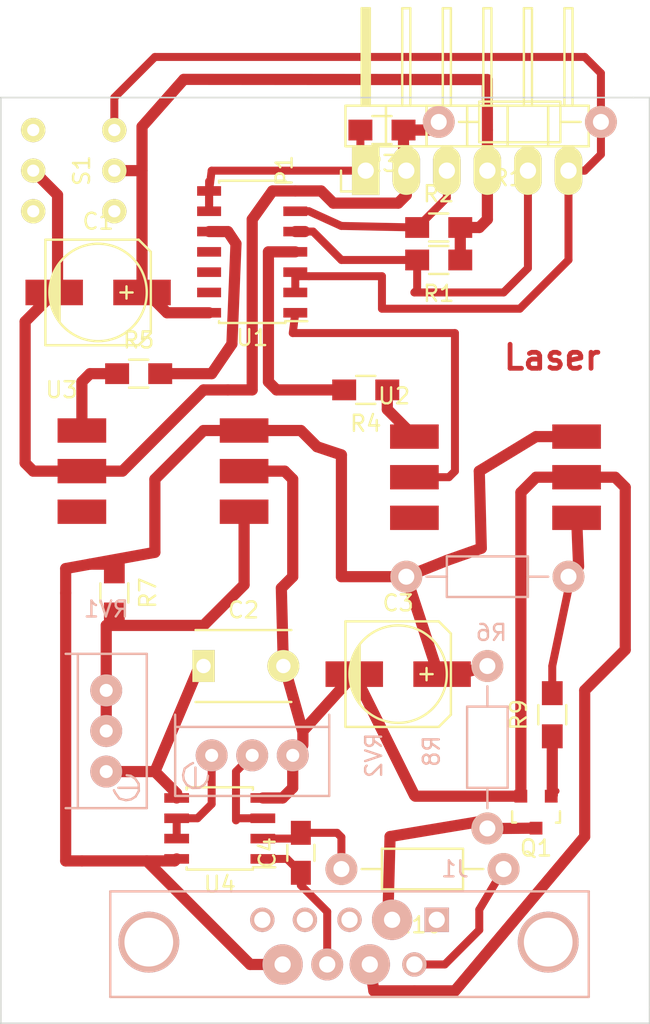
<source format=kicad_pcb>
(kicad_pcb (version 4) (host pcbnew 4.0.1+dfsg1-stable)

  (general
    (links 60)
    (no_connects 1)
    (area 151.841999 77.165999 192.582001 135.178001)
    (thickness 1.6)
    (drawings 10)
    (tracks 210)
    (zones 0)
    (modules 25)
    (nets 32)
  )

  (page A4)
  (layers
    (0 F.Cu signal)
    (31 B.Cu signal)
    (32 B.Adhes user)
    (33 F.Adhes user)
    (34 B.Paste user)
    (35 F.Paste user)
    (36 B.SilkS user)
    (37 F.SilkS user)
    (38 B.Mask user)
    (39 F.Mask user)
    (40 Dwgs.User user)
    (41 Cmts.User user)
    (42 Eco1.User user)
    (43 Eco2.User user)
    (44 Edge.Cuts user)
    (45 Margin user)
    (46 B.CrtYd user)
    (47 F.CrtYd user)
    (48 B.Fab user)
    (49 F.Fab user)
  )

  (setup
    (last_trace_width 0.5)
    (trace_clearance 0.2)
    (zone_clearance 0.508)
    (zone_45_only no)
    (trace_min 0.2)
    (segment_width 0.2)
    (edge_width 0.1)
    (via_size 2)
    (via_drill 0.5)
    (via_min_size 0.4)
    (via_min_drill 0.3)
    (uvia_size 2)
    (uvia_drill 0.5)
    (uvias_allowed no)
    (uvia_min_size 0.2)
    (uvia_min_drill 0.1)
    (pcb_text_width 0.3)
    (pcb_text_size 1.5 1.5)
    (mod_edge_width 0.15)
    (mod_text_size 1 1)
    (mod_text_width 0.15)
    (pad_size 2 2)
    (pad_drill 0.8128)
    (pad_to_mask_clearance 0)
    (aux_axis_origin 0 0)
    (visible_elements FFFFFF7F)
    (pcbplotparams
      (layerselection 0x00000_00000001)
      (usegerberextensions false)
      (excludeedgelayer true)
      (linewidth 0.100000)
      (plotframeref false)
      (viasonmask false)
      (mode 1)
      (useauxorigin false)
      (hpglpennumber 1)
      (hpglpenspeed 20)
      (hpglpendiameter 15)
      (hpglpenoverlay 2)
      (psnegative true)
      (psa4output false)
      (plotreference false)
      (plotvalue false)
      (plotinvisibletext false)
      (padsonsilk false)
      (subtractmaskfromsilk false)
      (outputformat 2)
      (mirror false)
      (drillshape 1)
      (scaleselection 1)
      (outputdirectory ""))
  )

  (net 0 "")
  (net 1 +5V)
  (net 2 GND)
  (net 3 "Net-(C2-Pad1)")
  (net 4 LASER_GND)
  (net 5 +15V)
  (net 6 "Net-(J1-Pad1)")
  (net 7 ENABLE)
  (net 8 "Net-(J1-Pad3)")
  (net 9 "Net-(J1-Pad4)")
  (net 10 "Net-(J1-Pad5)")
  (net 11 V_REG)
  (net 12 "Net-(Q1-Pad1)")
  (net 13 /K)
  (net 14 /P)
  (net 15 /PWM_IN)
  (net 16 "Net-(R4-Pad1)")
  (net 17 "Net-(R4-Pad2)")
  (net 18 "Net-(R5-Pad1)")
  (net 19 "Net-(R5-Pad2)")
  (net 20 "Net-(R7-Pad2)")
  (net 21 "Net-(U2-Pad3)")
  (net 22 "Net-(U3-Pad3)")
  (net 23 "Net-(C4-Pad2)")
  (net 24 V_FB)
  (net 25 K+)
  (net 26 "Net-(R6-Pad2)")
  (net 27 "Net-(RV2-Pad2)")
  (net 28 "Net-(RV2-Pad1)")
  (net 29 "Net-(U1-Pad1)")
  (net 30 "Net-(S1-Pad1)")
  (net 31 "Net-(S1-Pad6)")

  (net_class Default "This is the default net class."
    (clearance 0.2)
    (trace_width 0.5)
    (via_dia 2)
    (via_drill 0.5)
    (uvia_dia 2)
    (uvia_drill 0.5)
    (add_net /K)
    (add_net /P)
    (add_net /PWM_IN)
    (add_net K+)
    (add_net "Net-(C4-Pad2)")
    (add_net "Net-(J1-Pad1)")
    (add_net "Net-(J1-Pad3)")
    (add_net "Net-(J1-Pad4)")
    (add_net "Net-(J1-Pad5)")
    (add_net "Net-(R6-Pad2)")
    (add_net "Net-(RV2-Pad1)")
    (add_net "Net-(RV2-Pad2)")
    (add_net "Net-(S1-Pad1)")
    (add_net "Net-(S1-Pad6)")
    (add_net "Net-(U1-Pad1)")
    (add_net V_FB)
    (add_net V_REG)
  )

  (net_class Narrow ""
    (clearance 0.2)
    (trace_width 0.4)
    (via_dia 2)
    (via_drill 0.5)
    (uvia_dia 2)
    (uvia_drill 0.5)
  )

  (net_class Wide ""
    (clearance 0.2)
    (trace_width 0.7)
    (via_dia 2)
    (via_drill 0.5)
    (uvia_dia 2)
    (uvia_drill 0.5)
    (add_net +15V)
    (add_net +5V)
    (add_net ENABLE)
    (add_net GND)
    (add_net LASER_GND)
    (add_net "Net-(C2-Pad1)")
    (add_net "Net-(Q1-Pad1)")
    (add_net "Net-(R4-Pad1)")
    (add_net "Net-(R4-Pad2)")
    (add_net "Net-(R5-Pad1)")
    (add_net "Net-(R5-Pad2)")
    (add_net "Net-(R7-Pad2)")
    (add_net "Net-(U2-Pad3)")
    (add_net "Net-(U3-Pad3)")
  )

  (module Resistors_SMD:R_0805_HandSoldering placed (layer F.Cu) (tedit 54189DEE) (tstamp 5C07FCF1)
    (at 174.752 95.504 180)
    (descr "Resistor SMD 0805, hand soldering")
    (tags "resistor 0805")
    (path /5C06496F)
    (attr smd)
    (fp_text reference R4 (at 0 -2.1 180) (layer F.SilkS)
      (effects (font (size 1 1) (thickness 0.15)))
    )
    (fp_text value 470R (at 0 2.1 180) (layer F.Fab)
      (effects (font (size 1 1) (thickness 0.15)))
    )
    (fp_line (start -2.4 -1) (end 2.4 -1) (layer F.CrtYd) (width 0.05))
    (fp_line (start -2.4 1) (end 2.4 1) (layer F.CrtYd) (width 0.05))
    (fp_line (start -2.4 -1) (end -2.4 1) (layer F.CrtYd) (width 0.05))
    (fp_line (start 2.4 -1) (end 2.4 1) (layer F.CrtYd) (width 0.05))
    (fp_line (start 0.6 0.875) (end -0.6 0.875) (layer F.SilkS) (width 0.15))
    (fp_line (start -0.6 -0.875) (end 0.6 -0.875) (layer F.SilkS) (width 0.15))
    (pad 1 smd rect (at -1.35 0 180) (size 1.5 1.3) (layers F.Cu F.Paste F.Mask)
      (net 16 "Net-(R4-Pad1)"))
    (pad 2 smd rect (at 1.35 0 180) (size 1.5 1.3) (layers F.Cu F.Paste F.Mask)
      (net 17 "Net-(R4-Pad2)"))
    (model Resistors_SMD.3dshapes/R_0805_HandSoldering.wrl
      (at (xyz 0 0 0))
      (scale (xyz 1 1 1))
      (rotate (xyz 0 0 0))
    )
  )

  (module local:SO6-2.54 (layer F.Cu) (tedit 5C07A082) (tstamp 5C0D3FA2)
    (at 182.88 95.885)
    (path /5C063B1B)
    (fp_text reference U2 (at -6.35 0) (layer F.SilkS)
      (effects (font (size 1 1) (thickness 0.15)))
    )
    (fp_text value H11L1 (at 1.27 0) (layer F.Fab)
      (effects (font (size 1 1) (thickness 0.15)))
    )
    (pad 1 smd rect (at -5.08 2.54) (size 3.048 1.524) (layers F.Cu F.Paste F.Mask)
      (net 16 "Net-(R4-Pad1)"))
    (pad 2 smd rect (at -5.08 5.08) (size 3.048 1.524) (layers F.Cu F.Paste F.Mask)
      (net 29 "Net-(U1-Pad1)"))
    (pad 3 smd rect (at -5.08 7.62) (size 3.048 1.524) (layers F.Cu F.Paste F.Mask)
      (net 21 "Net-(U2-Pad3)"))
    (pad 6 smd rect (at 5.08 2.54) (size 3.048 1.524) (layers F.Cu F.Paste F.Mask)
      (net 5 +15V))
    (pad 5 smd rect (at 5.08 5.08) (size 3.048 1.524) (layers F.Cu F.Paste F.Mask)
      (net 4 LASER_GND))
    (pad 4 smd rect (at 5.08 7.62) (size 3.048 1.524) (layers F.Cu F.Paste F.Mask)
      (net 26 "Net-(R6-Pad2)"))
  )

  (module TO_SOT_Packages_SMD:SOT-23 placed (layer F.Cu) (tedit 553634F8) (tstamp 5C07FCB1)
    (at 185.42 121.92 180)
    (descr "SOT-23, Standard")
    (tags SOT-23)
    (path /5C063F42)
    (attr smd)
    (fp_text reference Q1 (at 0 -2.25 180) (layer F.SilkS)
      (effects (font (size 1 1) (thickness 0.15)))
    )
    (fp_text value BC846A (at 0 2.3 180) (layer F.Fab)
      (effects (font (size 1 1) (thickness 0.15)))
    )
    (fp_line (start -1.65 -1.6) (end 1.65 -1.6) (layer F.CrtYd) (width 0.05))
    (fp_line (start 1.65 -1.6) (end 1.65 1.6) (layer F.CrtYd) (width 0.05))
    (fp_line (start 1.65 1.6) (end -1.65 1.6) (layer F.CrtYd) (width 0.05))
    (fp_line (start -1.65 1.6) (end -1.65 -1.6) (layer F.CrtYd) (width 0.05))
    (fp_line (start 1.29916 -0.65024) (end 1.2509 -0.65024) (layer F.SilkS) (width 0.15))
    (fp_line (start -1.49982 0.0508) (end -1.49982 -0.65024) (layer F.SilkS) (width 0.15))
    (fp_line (start -1.49982 -0.65024) (end -1.2509 -0.65024) (layer F.SilkS) (width 0.15))
    (fp_line (start 1.29916 -0.65024) (end 1.49982 -0.65024) (layer F.SilkS) (width 0.15))
    (fp_line (start 1.49982 -0.65024) (end 1.49982 0.0508) (layer F.SilkS) (width 0.15))
    (pad 1 smd rect (at -0.95 1.00076 180) (size 0.8001 0.8001) (layers F.Cu F.Paste F.Mask)
      (net 12 "Net-(Q1-Pad1)"))
    (pad 2 smd rect (at 0.95 1.00076 180) (size 0.8001 0.8001) (layers F.Cu F.Paste F.Mask)
      (net 4 LASER_GND))
    (pad 3 smd rect (at 0 -0.99822 180) (size 0.8001 0.8001) (layers F.Cu F.Paste F.Mask)
      (net 7 ENABLE))
    (model TO_SOT_Packages_SMD.3dshapes/SOT-23.wrl
      (at (xyz 0 0 0))
      (scale (xyz 1 1 1))
      (rotate (xyz 0 0 0))
    )
  )

  (module Potentiometers:Potentiometer_Bourns_3296W_3-8Zoll_Inline_ScrewUp placed (layer B.Cu) (tedit 5C0D351A) (tstamp 5C07FD39)
    (at 158.496 119.38 180)
    (descr "3296, 3/8, Square, Trimpot, Trimming, Potentiometer, Bourns")
    (tags "3296, 3/8, Square, Trimpot, Trimming, Potentiometer, Bourns")
    (path /5C064FC2)
    (fp_text reference RV1 (at 0 10.16 180) (layer B.SilkS)
      (effects (font (size 1 1) (thickness 0.15)) (justify mirror))
    )
    (fp_text value 100k (at 1.27 -5.08 180) (layer B.Fab)
      (effects (font (size 1 1) (thickness 0.15)) (justify mirror))
    )
    (fp_line (start -2.032 -1.016) (end -0.762 -1.016) (layer B.SilkS) (width 0.15))
    (fp_line (start -1.2827 -0.2286) (end -1.5367 -0.2667) (layer B.SilkS) (width 0.15))
    (fp_line (start -1.5367 -0.2667) (end -1.8161 -0.4445) (layer B.SilkS) (width 0.15))
    (fp_line (start -1.8161 -0.4445) (end -2.032 -0.762) (layer B.SilkS) (width 0.15))
    (fp_line (start -2.032 -0.762) (end -2.0447 -1.2065) (layer B.SilkS) (width 0.15))
    (fp_line (start -2.0447 -1.2065) (end -1.8415 -1.5621) (layer B.SilkS) (width 0.15))
    (fp_line (start -1.8415 -1.5621) (end -1.5494 -1.7399) (layer B.SilkS) (width 0.15))
    (fp_line (start -1.5494 -1.7399) (end -1.2319 -1.7907) (layer B.SilkS) (width 0.15))
    (fp_line (start -1.2319 -1.7907) (end -0.8255 -1.6891) (layer B.SilkS) (width 0.15))
    (fp_line (start -0.8255 -1.6891) (end -0.5715 -1.3462) (layer B.SilkS) (width 0.15))
    (fp_line (start -0.5715 -1.3462) (end -0.4826 -1.1684) (layer B.SilkS) (width 0.15))
    (fp_line (start 1.778 7.366) (end 1.778 -2.286) (layer B.SilkS) (width 0.15))
    (fp_line (start -1.27 -2.286) (end -2.54 -2.286) (layer B.SilkS) (width 0.15))
    (fp_line (start -2.54 -2.286) (end -2.54 7.366) (layer B.SilkS) (width 0.15))
    (fp_line (start -2.54 7.366) (end 2.54 7.366) (layer B.SilkS) (width 0.15))
    (fp_line (start 2.54 -2.286) (end 0 -2.286) (layer B.SilkS) (width 0.15))
    (fp_line (start 0 -2.286) (end -1.27 -2.286) (layer B.SilkS) (width 0.15))
    (pad 2 thru_hole circle (at 0 2.54 180) (size 2 2) (drill 0.8128) (layers *.Cu *.Mask B.SilkS)
      (net 20 "Net-(R7-Pad2)"))
    (pad 3 thru_hole circle (at 0 5.08 180) (size 2 2) (drill 0.8128) (layers *.Cu *.Mask B.SilkS)
      (net 20 "Net-(R7-Pad2)"))
    (pad 1 thru_hole circle (at 0 0 180) (size 2 2) (drill 0.8128) (layers *.Cu *.Mask B.SilkS)
      (net 3 "Net-(C2-Pad1)"))
    (model Potentiometers.3dshapes/Potentiometer_Bourns_3296W_3-8Zoll_Inline_ScrewUp.wrl
      (at (xyz 0 0 0))
      (scale (xyz 1 1 1))
      (rotate (xyz 0 0 0))
    )
  )

  (module Capacitors_SMD:c_elec_6.3x5.3 placed (layer F.Cu) (tedit 55725E31) (tstamp 5C07FC6A)
    (at 157.988 89.408)
    (descr "SMT capacitor, aluminium electrolytic, 6.3x5.3")
    (path /5C06718D)
    (attr smd)
    (fp_text reference C1 (at 0 -4.445) (layer F.SilkS)
      (effects (font (size 1 1) (thickness 0.15)))
    )
    (fp_text value "10mkF 10V" (at 0 4.445) (layer F.Fab)
      (effects (font (size 1 1) (thickness 0.15)))
    )
    (fp_line (start -4.85 -3.65) (end 4.85 -3.65) (layer F.CrtYd) (width 0.05))
    (fp_line (start 4.85 -3.65) (end 4.85 3.65) (layer F.CrtYd) (width 0.05))
    (fp_line (start 4.85 3.65) (end -4.85 3.65) (layer F.CrtYd) (width 0.05))
    (fp_line (start -4.85 3.65) (end -4.85 -3.65) (layer F.CrtYd) (width 0.05))
    (fp_line (start -2.921 -0.762) (end -2.921 0.762) (layer F.SilkS) (width 0.15))
    (fp_line (start -2.794 1.143) (end -2.794 -1.143) (layer F.SilkS) (width 0.15))
    (fp_line (start -2.667 -1.397) (end -2.667 1.397) (layer F.SilkS) (width 0.15))
    (fp_line (start -2.54 1.651) (end -2.54 -1.651) (layer F.SilkS) (width 0.15))
    (fp_line (start -2.413 -1.778) (end -2.413 1.778) (layer F.SilkS) (width 0.15))
    (fp_line (start -3.302 -3.302) (end -3.302 3.302) (layer F.SilkS) (width 0.15))
    (fp_line (start -3.302 3.302) (end 2.54 3.302) (layer F.SilkS) (width 0.15))
    (fp_line (start 2.54 3.302) (end 3.302 2.54) (layer F.SilkS) (width 0.15))
    (fp_line (start 3.302 2.54) (end 3.302 -2.54) (layer F.SilkS) (width 0.15))
    (fp_line (start 3.302 -2.54) (end 2.54 -3.302) (layer F.SilkS) (width 0.15))
    (fp_line (start 2.54 -3.302) (end -3.302 -3.302) (layer F.SilkS) (width 0.15))
    (fp_line (start 2.159 0) (end 1.397 0) (layer F.SilkS) (width 0.15))
    (fp_line (start 1.778 -0.381) (end 1.778 0.381) (layer F.SilkS) (width 0.15))
    (fp_circle (center 0 0) (end -3.048 0) (layer F.SilkS) (width 0.15))
    (pad 1 smd rect (at 2.75082 0) (size 3.59918 1.6002) (layers F.Cu F.Paste F.Mask)
      (net 1 +5V))
    (pad 2 smd rect (at -2.75082 0) (size 3.59918 1.6002) (layers F.Cu F.Paste F.Mask)
      (net 2 GND))
    (model Capacitors_SMD.3dshapes/c_elec_6.3x5.3.wrl
      (at (xyz 0 0 0))
      (scale (xyz 1 1 1))
      (rotate (xyz 0 0 0))
    )
  )

  (module Capacitors_SMD:c_elec_6.3x5.3 placed (layer F.Cu) (tedit 55725E31) (tstamp 5C07FC8E)
    (at 176.784 113.284)
    (descr "SMT capacitor, aluminium electrolytic, 6.3x5.3")
    (path /5C0675C7)
    (attr smd)
    (fp_text reference C3 (at 0 -4.445) (layer F.SilkS)
      (effects (font (size 1 1) (thickness 0.15)))
    )
    (fp_text value "10mkF 25V" (at 0 4.445) (layer F.Fab)
      (effects (font (size 1 1) (thickness 0.15)))
    )
    (fp_line (start -4.85 -3.65) (end 4.85 -3.65) (layer F.CrtYd) (width 0.05))
    (fp_line (start 4.85 -3.65) (end 4.85 3.65) (layer F.CrtYd) (width 0.05))
    (fp_line (start 4.85 3.65) (end -4.85 3.65) (layer F.CrtYd) (width 0.05))
    (fp_line (start -4.85 3.65) (end -4.85 -3.65) (layer F.CrtYd) (width 0.05))
    (fp_line (start -2.921 -0.762) (end -2.921 0.762) (layer F.SilkS) (width 0.15))
    (fp_line (start -2.794 1.143) (end -2.794 -1.143) (layer F.SilkS) (width 0.15))
    (fp_line (start -2.667 -1.397) (end -2.667 1.397) (layer F.SilkS) (width 0.15))
    (fp_line (start -2.54 1.651) (end -2.54 -1.651) (layer F.SilkS) (width 0.15))
    (fp_line (start -2.413 -1.778) (end -2.413 1.778) (layer F.SilkS) (width 0.15))
    (fp_line (start -3.302 -3.302) (end -3.302 3.302) (layer F.SilkS) (width 0.15))
    (fp_line (start -3.302 3.302) (end 2.54 3.302) (layer F.SilkS) (width 0.15))
    (fp_line (start 2.54 3.302) (end 3.302 2.54) (layer F.SilkS) (width 0.15))
    (fp_line (start 3.302 2.54) (end 3.302 -2.54) (layer F.SilkS) (width 0.15))
    (fp_line (start 3.302 -2.54) (end 2.54 -3.302) (layer F.SilkS) (width 0.15))
    (fp_line (start 2.54 -3.302) (end -3.302 -3.302) (layer F.SilkS) (width 0.15))
    (fp_line (start 2.159 0) (end 1.397 0) (layer F.SilkS) (width 0.15))
    (fp_line (start 1.778 -0.381) (end 1.778 0.381) (layer F.SilkS) (width 0.15))
    (fp_circle (center 0 0) (end -3.048 0) (layer F.SilkS) (width 0.15))
    (pad 1 smd rect (at 2.75082 0) (size 3.59918 1.6002) (layers F.Cu F.Paste F.Mask)
      (net 5 +15V))
    (pad 2 smd rect (at -2.75082 0) (size 3.59918 1.6002) (layers F.Cu F.Paste F.Mask)
      (net 4 LASER_GND))
    (model Capacitors_SMD.3dshapes/c_elec_6.3x5.3.wrl
      (at (xyz 0 0 0))
      (scale (xyz 1 1 1))
      (rotate (xyz 0 0 0))
    )
  )

  (module Connect:DB9MD placed (layer B.Cu) (tedit 5C0D3424) (tstamp 5C07FCA1)
    (at 173.736 130.048 180)
    (descr "Connecteur DB9 male droit")
    (tags "CONN DB9")
    (path /5C063D4D)
    (fp_text reference J1 (at -6.604 4.572 180) (layer B.SilkS)
      (effects (font (size 1 1) (thickness 0.15)) (justify mirror))
    )
    (fp_text value DB9 (at 5.08 4.572 180) (layer B.Fab)
      (effects (font (size 1 1) (thickness 0.15)) (justify mirror))
    )
    (fp_line (start -14.986 3.175) (end -14.986 -3.429) (layer B.SilkS) (width 0.15))
    (fp_line (start -14.986 -3.429) (end 14.986 -3.429) (layer B.SilkS) (width 0.15))
    (fp_line (start 14.986 -3.429) (end 14.986 3.175) (layer B.SilkS) (width 0.15))
    (fp_line (start 14.986 3.175) (end -14.986 3.175) (layer B.SilkS) (width 0.15))
    (pad 0 thru_hole circle (at -12.446 0 180) (size 3.81 3.81) (drill 3.048) (layers *.Cu *.Mask B.SilkS))
    (pad 0 thru_hole circle (at 12.573 0 180) (size 3.81 3.81) (drill 3.048) (layers *.Cu *.Mask B.SilkS))
    (pad 1 thru_hole rect (at -5.461 1.397 180) (size 1.524 1.524) (drill 1.016) (layers *.Cu *.Mask B.SilkS)
      (net 6 "Net-(J1-Pad1)"))
    (pad 2 thru_hole circle (at -2.667 1.397 180) (size 2.524 2.524) (drill 1.016) (layers *.Cu *.Mask B.SilkS)
      (net 7 ENABLE))
    (pad 3 thru_hole circle (at 0 1.397 180) (size 1.524 1.524) (drill 1.016) (layers *.Cu *.Mask B.SilkS)
      (net 8 "Net-(J1-Pad3)"))
    (pad 4 thru_hole circle (at 2.794 1.397 180) (size 1.524 1.524) (drill 1.016) (layers *.Cu *.Mask B.SilkS)
      (net 9 "Net-(J1-Pad4)"))
    (pad 5 thru_hole circle (at 5.461 1.397 180) (size 1.524 1.524) (drill 1.016) (layers *.Cu *.Mask B.SilkS)
      (net 10 "Net-(J1-Pad5)"))
    (pad 6 thru_hole circle (at -4.064 -1.397 180) (size 1.524 1.524) (drill 1.016) (layers *.Cu *.Mask B.SilkS)
      (net 24 V_FB))
    (pad 7 thru_hole circle (at -1.27 -1.397 180) (size 2.524 2.524) (drill 1.016) (layers *.Cu *.Mask B.SilkS)
      (net 4 LASER_GND))
    (pad 8 thru_hole circle (at 1.397 -1.397 180) (size 2 2) (drill 1.016) (layers *.Cu *.Mask B.SilkS)
      (net 11 V_REG))
    (pad 9 thru_hole circle (at 4.191 -1.397 180) (size 2.524 2.524) (drill 1.016) (layers *.Cu *.Mask B.SilkS)
      (net 5 +15V))
    (model Connect.3dshapes/DB9MD.wrl
      (at (xyz 0 0 0))
      (scale (xyz 1 1 1))
      (rotate (xyz 0 0 0))
    )
  )

  (module Resistors_SMD:R_0805_HandSoldering placed (layer F.Cu) (tedit 54189DEE) (tstamp 5C07FCCD)
    (at 179.324 87.376 180)
    (descr "Resistor SMD 0805, hand soldering")
    (tags "resistor 0805")
    (path /5C06664B)
    (attr smd)
    (fp_text reference R1 (at 0 -2.1 180) (layer F.SilkS)
      (effects (font (size 1 1) (thickness 0.15)))
    )
    (fp_text value 10k (at 0 2.1 180) (layer F.Fab)
      (effects (font (size 1 1) (thickness 0.15)))
    )
    (fp_line (start -2.4 -1) (end 2.4 -1) (layer F.CrtYd) (width 0.05))
    (fp_line (start -2.4 1) (end 2.4 1) (layer F.CrtYd) (width 0.05))
    (fp_line (start -2.4 -1) (end -2.4 1) (layer F.CrtYd) (width 0.05))
    (fp_line (start 2.4 -1) (end 2.4 1) (layer F.CrtYd) (width 0.05))
    (fp_line (start 0.6 0.875) (end -0.6 0.875) (layer F.SilkS) (width 0.15))
    (fp_line (start -0.6 -0.875) (end 0.6 -0.875) (layer F.SilkS) (width 0.15))
    (pad 1 smd rect (at -1.35 0 180) (size 1.5 1.3) (layers F.Cu F.Paste F.Mask)
      (net 1 +5V))
    (pad 2 smd rect (at 1.35 0 180) (size 1.5 1.3) (layers F.Cu F.Paste F.Mask)
      (net 13 /K))
    (model Resistors_SMD.3dshapes/R_0805_HandSoldering.wrl
      (at (xyz 0 0 0))
      (scale (xyz 1 1 1))
      (rotate (xyz 0 0 0))
    )
  )

  (module Resistors_SMD:R_0805_HandSoldering placed (layer F.Cu) (tedit 54189DEE) (tstamp 5C07FCD9)
    (at 179.324 85.344)
    (descr "Resistor SMD 0805, hand soldering")
    (tags "resistor 0805")
    (path /5C066793)
    (attr smd)
    (fp_text reference R2 (at 0 -2.1) (layer F.SilkS)
      (effects (font (size 1 1) (thickness 0.15)))
    )
    (fp_text value 10k (at 0 2.1) (layer F.Fab)
      (effects (font (size 1 1) (thickness 0.15)))
    )
    (fp_line (start -2.4 -1) (end 2.4 -1) (layer F.CrtYd) (width 0.05))
    (fp_line (start -2.4 1) (end 2.4 1) (layer F.CrtYd) (width 0.05))
    (fp_line (start -2.4 -1) (end -2.4 1) (layer F.CrtYd) (width 0.05))
    (fp_line (start 2.4 -1) (end 2.4 1) (layer F.CrtYd) (width 0.05))
    (fp_line (start 0.6 0.875) (end -0.6 0.875) (layer F.SilkS) (width 0.15))
    (fp_line (start -0.6 -0.875) (end 0.6 -0.875) (layer F.SilkS) (width 0.15))
    (pad 1 smd rect (at -1.35 0) (size 1.5 1.3) (layers F.Cu F.Paste F.Mask)
      (net 14 /P))
    (pad 2 smd rect (at 1.35 0) (size 1.5 1.3) (layers F.Cu F.Paste F.Mask)
      (net 1 +5V))
    (model Resistors_SMD.3dshapes/R_0805_HandSoldering.wrl
      (at (xyz 0 0 0))
      (scale (xyz 1 1 1))
      (rotate (xyz 0 0 0))
    )
  )

  (module Resistors_SMD:R_0805_HandSoldering placed (layer F.Cu) (tedit 54189DEE) (tstamp 5C07FCE5)
    (at 175.768 79.248 180)
    (descr "Resistor SMD 0805, hand soldering")
    (tags "resistor 0805")
    (path /5C066700)
    (attr smd)
    (fp_text reference R3 (at 0 -2.1 180) (layer F.SilkS)
      (effects (font (size 1 1) (thickness 0.15)))
    )
    (fp_text value 10k (at 0 2.1 180) (layer F.Fab)
      (effects (font (size 1 1) (thickness 0.15)))
    )
    (fp_line (start -2.4 -1) (end 2.4 -1) (layer F.CrtYd) (width 0.05))
    (fp_line (start -2.4 1) (end 2.4 1) (layer F.CrtYd) (width 0.05))
    (fp_line (start -2.4 -1) (end -2.4 1) (layer F.CrtYd) (width 0.05))
    (fp_line (start 2.4 -1) (end 2.4 1) (layer F.CrtYd) (width 0.05))
    (fp_line (start 0.6 0.875) (end -0.6 0.875) (layer F.SilkS) (width 0.15))
    (fp_line (start -0.6 -0.875) (end 0.6 -0.875) (layer F.SilkS) (width 0.15))
    (pad 1 smd rect (at -1.35 0 180) (size 1.5 1.3) (layers F.Cu F.Paste F.Mask)
      (net 2 GND))
    (pad 2 smd rect (at 1.35 0 180) (size 1.5 1.3) (layers F.Cu F.Paste F.Mask)
      (net 15 /PWM_IN))
    (model Resistors_SMD.3dshapes/R_0805_HandSoldering.wrl
      (at (xyz 0 0 0))
      (scale (xyz 1 1 1))
      (rotate (xyz 0 0 0))
    )
  )

  (module Resistors_SMD:R_0805_HandSoldering placed (layer F.Cu) (tedit 54189DEE) (tstamp 5C07FCFD)
    (at 160.528 94.488)
    (descr "Resistor SMD 0805, hand soldering")
    (tags "resistor 0805")
    (path /5C065840)
    (attr smd)
    (fp_text reference R5 (at 0 -2.1) (layer F.SilkS)
      (effects (font (size 1 1) (thickness 0.15)))
    )
    (fp_text value 470R (at 0 2.1) (layer F.Fab)
      (effects (font (size 1 1) (thickness 0.15)))
    )
    (fp_line (start -2.4 -1) (end 2.4 -1) (layer F.CrtYd) (width 0.05))
    (fp_line (start -2.4 1) (end 2.4 1) (layer F.CrtYd) (width 0.05))
    (fp_line (start -2.4 -1) (end -2.4 1) (layer F.CrtYd) (width 0.05))
    (fp_line (start 2.4 -1) (end 2.4 1) (layer F.CrtYd) (width 0.05))
    (fp_line (start 0.6 0.875) (end -0.6 0.875) (layer F.SilkS) (width 0.15))
    (fp_line (start -0.6 -0.875) (end 0.6 -0.875) (layer F.SilkS) (width 0.15))
    (pad 1 smd rect (at -1.35 0) (size 1.5 1.3) (layers F.Cu F.Paste F.Mask)
      (net 18 "Net-(R5-Pad1)"))
    (pad 2 smd rect (at 1.35 0) (size 1.5 1.3) (layers F.Cu F.Paste F.Mask)
      (net 19 "Net-(R5-Pad2)"))
    (model Resistors_SMD.3dshapes/R_0805_HandSoldering.wrl
      (at (xyz 0 0 0))
      (scale (xyz 1 1 1))
      (rotate (xyz 0 0 0))
    )
  )

  (module Potentiometers:Potentiometer_Bourns_3296W_3-8Zoll_Inline_ScrewUp placed (layer B.Cu) (tedit 5C0D3481) (tstamp 5C07FD51)
    (at 165.1 118.364 90)
    (descr "3296, 3/8, Square, Trimpot, Trimming, Potentiometer, Bourns")
    (tags "3296, 3/8, Square, Trimpot, Trimming, Potentiometer, Bourns")
    (path /5C0660CE)
    (fp_text reference RV2 (at 0 10.16 90) (layer B.SilkS)
      (effects (font (size 1 1) (thickness 0.15)) (justify mirror))
    )
    (fp_text value 1k (at 1.27 -5.08 90) (layer B.Fab)
      (effects (font (size 1 1) (thickness 0.15)) (justify mirror))
    )
    (fp_line (start -2.032 -1.016) (end -0.762 -1.016) (layer B.SilkS) (width 0.15))
    (fp_line (start -1.2827 -0.2286) (end -1.5367 -0.2667) (layer B.SilkS) (width 0.15))
    (fp_line (start -1.5367 -0.2667) (end -1.8161 -0.4445) (layer B.SilkS) (width 0.15))
    (fp_line (start -1.8161 -0.4445) (end -2.032 -0.762) (layer B.SilkS) (width 0.15))
    (fp_line (start -2.032 -0.762) (end -2.0447 -1.2065) (layer B.SilkS) (width 0.15))
    (fp_line (start -2.0447 -1.2065) (end -1.8415 -1.5621) (layer B.SilkS) (width 0.15))
    (fp_line (start -1.8415 -1.5621) (end -1.5494 -1.7399) (layer B.SilkS) (width 0.15))
    (fp_line (start -1.5494 -1.7399) (end -1.2319 -1.7907) (layer B.SilkS) (width 0.15))
    (fp_line (start -1.2319 -1.7907) (end -0.8255 -1.6891) (layer B.SilkS) (width 0.15))
    (fp_line (start -0.8255 -1.6891) (end -0.5715 -1.3462) (layer B.SilkS) (width 0.15))
    (fp_line (start -0.5715 -1.3462) (end -0.4826 -1.1684) (layer B.SilkS) (width 0.15))
    (fp_line (start 1.778 7.366) (end 1.778 -2.286) (layer B.SilkS) (width 0.15))
    (fp_line (start -1.27 -2.286) (end -2.54 -2.286) (layer B.SilkS) (width 0.15))
    (fp_line (start -2.54 -2.286) (end -2.54 7.366) (layer B.SilkS) (width 0.15))
    (fp_line (start -2.54 7.366) (end 2.54 7.366) (layer B.SilkS) (width 0.15))
    (fp_line (start 2.54 -2.286) (end 0 -2.286) (layer B.SilkS) (width 0.15))
    (fp_line (start 0 -2.286) (end -1.27 -2.286) (layer B.SilkS) (width 0.15))
    (pad 2 thru_hole circle (at 0 2.54 90) (size 2 2) (drill 0.8128) (layers *.Cu *.Mask B.SilkS)
      (net 27 "Net-(RV2-Pad2)"))
    (pad 3 thru_hole circle (at 0 5.08 90) (size 2 2) (drill 0.8128) (layers *.Cu *.Mask B.SilkS)
      (net 4 LASER_GND))
    (pad 1 thru_hole circle (at 0 0 90) (size 2 2) (drill 0.8128) (layers *.Cu *.Mask B.SilkS)
      (net 28 "Net-(RV2-Pad1)"))
    (model Potentiometers.3dshapes/Potentiometer_Bourns_3296W_3-8Zoll_Inline_ScrewUp.wrl
      (at (xyz 0 0 0))
      (scale (xyz 1 1 1))
      (rotate (xyz 0 0 0))
    )
  )

  (module Housings_SOIC:SOIC-14_3.9x8.7mm_Pitch1.27mm placed (layer F.Cu) (tedit 54130A77) (tstamp 5C07FD6E)
    (at 167.64 86.868 180)
    (descr "14-Lead Plastic Small Outline (SL) - Narrow, 3.90 mm Body [SOIC] (see Microchip Packaging Specification 00000049BS.pdf)")
    (tags "SOIC 1.27")
    (path /5C063C99)
    (attr smd)
    (fp_text reference U1 (at 0 -5.375 180) (layer F.SilkS)
      (effects (font (size 1 1) (thickness 0.15)))
    )
    (fp_text value 74HCT02 (at 0 5.375 180) (layer F.Fab)
      (effects (font (size 1 1) (thickness 0.15)))
    )
    (fp_line (start -3.7 -4.65) (end -3.7 4.65) (layer F.CrtYd) (width 0.05))
    (fp_line (start 3.7 -4.65) (end 3.7 4.65) (layer F.CrtYd) (width 0.05))
    (fp_line (start -3.7 -4.65) (end 3.7 -4.65) (layer F.CrtYd) (width 0.05))
    (fp_line (start -3.7 4.65) (end 3.7 4.65) (layer F.CrtYd) (width 0.05))
    (fp_line (start -2.075 -4.45) (end -2.075 -4.335) (layer F.SilkS) (width 0.15))
    (fp_line (start 2.075 -4.45) (end 2.075 -4.335) (layer F.SilkS) (width 0.15))
    (fp_line (start 2.075 4.45) (end 2.075 4.335) (layer F.SilkS) (width 0.15))
    (fp_line (start -2.075 4.45) (end -2.075 4.335) (layer F.SilkS) (width 0.15))
    (fp_line (start -2.075 -4.45) (end 2.075 -4.45) (layer F.SilkS) (width 0.15))
    (fp_line (start -2.075 4.45) (end 2.075 4.45) (layer F.SilkS) (width 0.15))
    (fp_line (start -2.075 -4.335) (end -3.45 -4.335) (layer F.SilkS) (width 0.15))
    (pad 1 smd rect (at -2.7 -3.81 180) (size 1.5 0.6) (layers F.Cu F.Paste F.Mask)
      (net 29 "Net-(U1-Pad1)"))
    (pad 2 smd rect (at -2.7 -2.54 180) (size 1.5 0.6) (layers F.Cu F.Paste F.Mask)
      (net 25 K+))
    (pad 3 smd rect (at -2.7 -1.27 180) (size 1.5 0.6) (layers F.Cu F.Paste F.Mask)
      (net 25 K+))
    (pad 4 smd rect (at -2.7 0 180) (size 1.5 0.6) (layers F.Cu F.Paste F.Mask)
      (net 17 "Net-(R4-Pad2)"))
    (pad 5 smd rect (at -2.7 1.27 180) (size 1.5 0.6) (layers F.Cu F.Paste F.Mask)
      (net 13 /K))
    (pad 6 smd rect (at -2.7 2.54 180) (size 1.5 0.6) (layers F.Cu F.Paste F.Mask)
      (net 14 /P))
    (pad 7 smd rect (at -2.7 3.81 180) (size 1.5 0.6) (layers F.Cu F.Paste F.Mask)
      (net 2 GND))
    (pad 8 smd rect (at 2.7 3.81 180) (size 1.5 0.6) (layers F.Cu F.Paste F.Mask)
      (net 15 /PWM_IN))
    (pad 9 smd rect (at 2.7 2.54 180) (size 1.5 0.6) (layers F.Cu F.Paste F.Mask)
      (net 15 /PWM_IN))
    (pad 10 smd rect (at 2.7 1.27 180) (size 1.5 0.6) (layers F.Cu F.Paste F.Mask)
      (net 19 "Net-(R5-Pad2)"))
    (pad 11 smd rect (at 2.7 0 180) (size 1.5 0.6) (layers F.Cu F.Paste F.Mask))
    (pad 12 smd rect (at 2.7 -1.27 180) (size 1.5 0.6) (layers F.Cu F.Paste F.Mask))
    (pad 13 smd rect (at 2.7 -2.54 180) (size 1.5 0.6) (layers F.Cu F.Paste F.Mask))
    (pad 14 smd rect (at 2.7 -3.81 180) (size 1.5 0.6) (layers F.Cu F.Paste F.Mask)
      (net 1 +5V))
    (model Housings_SOIC.3dshapes/SOIC-14_3.9x8.7mm_Pitch1.27mm.wrl
      (at (xyz 0 0 0))
      (scale (xyz 1 1 1))
      (rotate (xyz 0 0 0))
    )
  )

  (module Pin_Headers:Pin_Header_Angled_1x06 (layer F.Cu) (tedit 5C0D33BC) (tstamp 5C0C8406)
    (at 174.752 81.788 90)
    (descr "Through hole pin header")
    (tags "pin header")
    (path /5C066BC8)
    (fp_text reference P1 (at 0 -5.1 90) (layer F.SilkS)
      (effects (font (size 1 1) (thickness 0.15)))
    )
    (fp_text value CONN_01X05 (at 0 -3.1 90) (layer F.Fab)
      (effects (font (size 1 1) (thickness 0.15)))
    )
    (fp_line (start -1.5 -1.75) (end -1.5 14.45) (layer F.CrtYd) (width 0.05))
    (fp_line (start 10.65 -1.75) (end 10.65 14.45) (layer F.CrtYd) (width 0.05))
    (fp_line (start -1.5 -1.75) (end 10.65 -1.75) (layer F.CrtYd) (width 0.05))
    (fp_line (start -1.5 14.45) (end 10.65 14.45) (layer F.CrtYd) (width 0.05))
    (fp_line (start -1.3 -1.55) (end -1.3 0) (layer F.SilkS) (width 0.15))
    (fp_line (start 0 -1.55) (end -1.3 -1.55) (layer F.SilkS) (width 0.15))
    (fp_line (start 4.191 -0.127) (end 10.033 -0.127) (layer F.SilkS) (width 0.15))
    (fp_line (start 10.033 -0.127) (end 10.033 0.127) (layer F.SilkS) (width 0.15))
    (fp_line (start 10.033 0.127) (end 4.191 0.127) (layer F.SilkS) (width 0.15))
    (fp_line (start 4.191 0.127) (end 4.191 0) (layer F.SilkS) (width 0.15))
    (fp_line (start 4.191 0) (end 10.033 0) (layer F.SilkS) (width 0.15))
    (fp_line (start 1.524 -0.254) (end 1.143 -0.254) (layer F.SilkS) (width 0.15))
    (fp_line (start 1.524 0.254) (end 1.143 0.254) (layer F.SilkS) (width 0.15))
    (fp_line (start 1.524 2.286) (end 1.143 2.286) (layer F.SilkS) (width 0.15))
    (fp_line (start 1.524 2.794) (end 1.143 2.794) (layer F.SilkS) (width 0.15))
    (fp_line (start 1.524 4.826) (end 1.143 4.826) (layer F.SilkS) (width 0.15))
    (fp_line (start 1.524 5.334) (end 1.143 5.334) (layer F.SilkS) (width 0.15))
    (fp_line (start 1.524 12.954) (end 1.143 12.954) (layer F.SilkS) (width 0.15))
    (fp_line (start 1.524 12.446) (end 1.143 12.446) (layer F.SilkS) (width 0.15))
    (fp_line (start 1.524 10.414) (end 1.143 10.414) (layer F.SilkS) (width 0.15))
    (fp_line (start 1.524 9.906) (end 1.143 9.906) (layer F.SilkS) (width 0.15))
    (fp_line (start 1.524 7.874) (end 1.143 7.874) (layer F.SilkS) (width 0.15))
    (fp_line (start 1.524 7.366) (end 1.143 7.366) (layer F.SilkS) (width 0.15))
    (fp_line (start 1.524 -1.27) (end 4.064 -1.27) (layer F.SilkS) (width 0.15))
    (fp_line (start 1.524 1.27) (end 4.064 1.27) (layer F.SilkS) (width 0.15))
    (fp_line (start 1.524 1.27) (end 1.524 3.81) (layer F.SilkS) (width 0.15))
    (fp_line (start 1.524 3.81) (end 4.064 3.81) (layer F.SilkS) (width 0.15))
    (fp_line (start 4.064 2.286) (end 10.16 2.286) (layer F.SilkS) (width 0.15))
    (fp_line (start 10.16 2.286) (end 10.16 2.794) (layer F.SilkS) (width 0.15))
    (fp_line (start 10.16 2.794) (end 4.064 2.794) (layer F.SilkS) (width 0.15))
    (fp_line (start 4.064 3.81) (end 4.064 1.27) (layer F.SilkS) (width 0.15))
    (fp_line (start 4.064 1.27) (end 4.064 -1.27) (layer F.SilkS) (width 0.15))
    (fp_line (start 10.16 0.254) (end 4.064 0.254) (layer F.SilkS) (width 0.15))
    (fp_line (start 10.16 -0.254) (end 10.16 0.254) (layer F.SilkS) (width 0.15))
    (fp_line (start 4.064 -0.254) (end 10.16 -0.254) (layer F.SilkS) (width 0.15))
    (fp_line (start 1.524 1.27) (end 4.064 1.27) (layer F.SilkS) (width 0.15))
    (fp_line (start 1.524 -1.27) (end 1.524 1.27) (layer F.SilkS) (width 0.15))
    (fp_line (start 1.524 8.89) (end 4.064 8.89) (layer F.SilkS) (width 0.15))
    (fp_line (start 1.524 8.89) (end 1.524 11.43) (layer F.SilkS) (width 0.15))
    (fp_line (start 1.524 11.43) (end 4.064 11.43) (layer F.SilkS) (width 0.15))
    (fp_line (start 4.064 9.906) (end 10.16 9.906) (layer F.SilkS) (width 0.15))
    (fp_line (start 10.16 9.906) (end 10.16 10.414) (layer F.SilkS) (width 0.15))
    (fp_line (start 10.16 10.414) (end 4.064 10.414) (layer F.SilkS) (width 0.15))
    (fp_line (start 4.064 11.43) (end 4.064 8.89) (layer F.SilkS) (width 0.15))
    (fp_line (start 4.064 13.97) (end 4.064 11.43) (layer F.SilkS) (width 0.15))
    (fp_line (start 10.16 12.954) (end 4.064 12.954) (layer F.SilkS) (width 0.15))
    (fp_line (start 10.16 12.446) (end 10.16 12.954) (layer F.SilkS) (width 0.15))
    (fp_line (start 4.064 12.446) (end 10.16 12.446) (layer F.SilkS) (width 0.15))
    (fp_line (start 1.524 13.97) (end 4.064 13.97) (layer F.SilkS) (width 0.15))
    (fp_line (start 1.524 11.43) (end 1.524 13.97) (layer F.SilkS) (width 0.15))
    (fp_line (start 1.524 11.43) (end 4.064 11.43) (layer F.SilkS) (width 0.15))
    (fp_line (start 1.524 6.35) (end 4.064 6.35) (layer F.SilkS) (width 0.15))
    (fp_line (start 1.524 6.35) (end 1.524 8.89) (layer F.SilkS) (width 0.15))
    (fp_line (start 1.524 8.89) (end 4.064 8.89) (layer F.SilkS) (width 0.15))
    (fp_line (start 4.064 7.366) (end 10.16 7.366) (layer F.SilkS) (width 0.15))
    (fp_line (start 10.16 7.366) (end 10.16 7.874) (layer F.SilkS) (width 0.15))
    (fp_line (start 10.16 7.874) (end 4.064 7.874) (layer F.SilkS) (width 0.15))
    (fp_line (start 4.064 8.89) (end 4.064 6.35) (layer F.SilkS) (width 0.15))
    (fp_line (start 4.064 6.35) (end 4.064 3.81) (layer F.SilkS) (width 0.15))
    (fp_line (start 10.16 5.334) (end 4.064 5.334) (layer F.SilkS) (width 0.15))
    (fp_line (start 10.16 4.826) (end 10.16 5.334) (layer F.SilkS) (width 0.15))
    (fp_line (start 4.064 4.826) (end 10.16 4.826) (layer F.SilkS) (width 0.15))
    (fp_line (start 1.524 6.35) (end 4.064 6.35) (layer F.SilkS) (width 0.15))
    (fp_line (start 1.524 3.81) (end 1.524 6.35) (layer F.SilkS) (width 0.15))
    (fp_line (start 1.524 3.81) (end 4.064 3.81) (layer F.SilkS) (width 0.15))
    (pad 1 thru_hole rect (at 0 0 90) (size 3.032 1.7272) (drill 1.016) (layers *.Cu *.Mask F.SilkS)
      (net 15 /PWM_IN))
    (pad 2 thru_hole oval (at 0 2.54 90) (size 3.032 1.7272) (drill 1.016) (layers *.Cu *.Mask F.SilkS)
      (net 2 GND))
    (pad 3 thru_hole oval (at 0 5.08 90) (size 3.032 1.7272) (drill 1.016) (layers *.Cu *.Mask F.SilkS)
      (net 14 /P))
    (pad 4 thru_hole oval (at 0 7.62 90) (size 3.032 1.7272) (drill 1.016) (layers *.Cu *.Mask F.SilkS)
      (net 1 +5V))
    (pad 5 thru_hole oval (at 0 10.16 90) (size 3.032 1.7272) (drill 1.016) (layers *.Cu *.Mask F.SilkS)
      (net 13 /K))
    (pad 6 thru_hole oval (at 0 12.7 90) (size 3.032 1.7272) (drill 1.016) (layers *.Cu *.Mask F.SilkS)
      (net 25 K+))
    (model Pin_Headers.3dshapes/Pin_Header_Angled_1x06.wrl
      (at (xyz 0 -0.25 0))
      (scale (xyz 1 1 1))
      (rotate (xyz 0 0 90))
    )
  )

  (module local:SO6-2.54 (layer F.Cu) (tedit 5C07A082) (tstamp 5C0D3FAC)
    (at 162.052 95.504)
    (path /5C063B7A)
    (fp_text reference U3 (at -6.35 0) (layer F.SilkS)
      (effects (font (size 1 1) (thickness 0.15)))
    )
    (fp_text value H11L1 (at 1.27 0) (layer F.Fab)
      (effects (font (size 1 1) (thickness 0.15)))
    )
    (pad 1 smd rect (at -5.08 2.54) (size 3.048 1.524) (layers F.Cu F.Paste F.Mask)
      (net 18 "Net-(R5-Pad1)"))
    (pad 2 smd rect (at -5.08 5.08) (size 3.048 1.524) (layers F.Cu F.Paste F.Mask)
      (net 2 GND))
    (pad 3 smd rect (at -5.08 7.62) (size 3.048 1.524) (layers F.Cu F.Paste F.Mask)
      (net 22 "Net-(U3-Pad3)"))
    (pad 6 smd rect (at 5.08 2.54) (size 3.048 1.524) (layers F.Cu F.Paste F.Mask)
      (net 5 +15V))
    (pad 5 smd rect (at 5.08 5.08) (size 3.048 1.524) (layers F.Cu F.Paste F.Mask)
      (net 4 LASER_GND))
    (pad 4 smd rect (at 5.08 7.62) (size 3.048 1.524) (layers F.Cu F.Paste F.Mask)
      (net 20 "Net-(R7-Pad2)"))
  )

  (module Capacitors_ThroughHole:C_Disc_D6_P5 (layer F.Cu) (tedit 5C0D34A9) (tstamp 5C0D4DEF)
    (at 164.592 112.776)
    (descr "Capacitor 6mm Disc, Pitch 5mm")
    (tags Capacitor)
    (path /5C064EBE)
    (fp_text reference C2 (at 2.5 -3.5) (layer F.SilkS)
      (effects (font (size 1 1) (thickness 0.15)))
    )
    (fp_text value 10nF (at 2.5 3.5) (layer F.Fab)
      (effects (font (size 1 1) (thickness 0.15)))
    )
    (fp_line (start -0.95 -2.5) (end 5.95 -2.5) (layer F.CrtYd) (width 0.05))
    (fp_line (start 5.95 -2.5) (end 5.95 2.5) (layer F.CrtYd) (width 0.05))
    (fp_line (start 5.95 2.5) (end -0.95 2.5) (layer F.CrtYd) (width 0.05))
    (fp_line (start -0.95 2.5) (end -0.95 -2.5) (layer F.CrtYd) (width 0.05))
    (fp_line (start -0.5 -2.25) (end 5.5 -2.25) (layer F.SilkS) (width 0.15))
    (fp_line (start 5.5 2.25) (end -0.5 2.25) (layer F.SilkS) (width 0.15))
    (pad 1 thru_hole rect (at 0 0) (size 1.4 2) (drill 0.9) (layers *.Cu *.Mask F.SilkS)
      (net 3 "Net-(C2-Pad1)"))
    (pad 2 thru_hole circle (at 5 0) (size 2 2) (drill 0.9) (layers *.Cu *.Mask F.SilkS)
      (net 4 LASER_GND))
    (model Capacitors_ThroughHole.3dshapes/C_Disc_D6_P5.wrl
      (at (xyz 0.0984252 0 0))
      (scale (xyz 1 1 1))
      (rotate (xyz 0 0 0))
    )
  )

  (module Resistors_ThroughHole:Resistor_Horizontal_RM10mm (layer B.Cu) (tedit 53F56209) (tstamp 5C0D6051)
    (at 182.372 117.856 270)
    (descr "Resistor, Axial,  RM 10mm, 1/3W,")
    (tags "Resistor, Axial, RM 10mm, 1/3W,")
    (path /5C064446)
    (fp_text reference R8 (at 0.24892 3.50012 270) (layer B.SilkS)
      (effects (font (size 1 1) (thickness 0.15)) (justify mirror))
    )
    (fp_text value 10k (at 3.81 -3.81 270) (layer B.Fab)
      (effects (font (size 1 1) (thickness 0.15)) (justify mirror))
    )
    (fp_line (start -2.54 1.27) (end 2.54 1.27) (layer B.SilkS) (width 0.15))
    (fp_line (start 2.54 1.27) (end 2.54 -1.27) (layer B.SilkS) (width 0.15))
    (fp_line (start 2.54 -1.27) (end -2.54 -1.27) (layer B.SilkS) (width 0.15))
    (fp_line (start -2.54 -1.27) (end -2.54 1.27) (layer B.SilkS) (width 0.15))
    (fp_line (start -2.54 0) (end -3.81 0) (layer B.SilkS) (width 0.15))
    (fp_line (start 2.54 0) (end 3.81 0) (layer B.SilkS) (width 0.15))
    (pad 1 thru_hole circle (at -5.08 0 270) (size 1.99898 1.99898) (drill 1.00076) (layers *.Cu *.SilkS *.Mask)
      (net 5 +15V))
    (pad 2 thru_hole circle (at 5.08 0 270) (size 1.99898 1.99898) (drill 1.00076) (layers *.Cu *.SilkS *.Mask)
      (net 7 ENABLE))
    (model Resistors_ThroughHole.3dshapes/Resistor_Horizontal_RM10mm.wrl
      (at (xyz 0 0 0))
      (scale (xyz 0.4 0.4 0.4))
      (rotate (xyz 0 0 0))
    )
  )

  (module Capacitors_SMD:C_0805_HandSoldering (layer F.Cu) (tedit 541A9B8D) (tstamp 5C277EF1)
    (at 170.688 124.46 90)
    (descr "Capacitor SMD 0805, hand soldering")
    (tags "capacitor 0805")
    (path /5C277EF1)
    (attr smd)
    (fp_text reference C4 (at 0 -2.1 90) (layer F.SilkS)
      (effects (font (size 1 1) (thickness 0.15)))
    )
    (fp_text value 0.47uF (at 0 2.1 90) (layer F.Fab)
      (effects (font (size 1 1) (thickness 0.15)))
    )
    (fp_line (start -2.3 -1) (end 2.3 -1) (layer F.CrtYd) (width 0.05))
    (fp_line (start -2.3 1) (end 2.3 1) (layer F.CrtYd) (width 0.05))
    (fp_line (start -2.3 -1) (end -2.3 1) (layer F.CrtYd) (width 0.05))
    (fp_line (start 2.3 -1) (end 2.3 1) (layer F.CrtYd) (width 0.05))
    (fp_line (start 0.5 -0.85) (end -0.5 -0.85) (layer F.SilkS) (width 0.15))
    (fp_line (start -0.5 0.85) (end 0.5 0.85) (layer F.SilkS) (width 0.15))
    (pad 1 smd rect (at -1.25 0 90) (size 1.5 1.25) (layers F.Cu F.Paste F.Mask)
      (net 11 V_REG))
    (pad 2 smd rect (at 1.25 0 90) (size 1.5 1.25) (layers F.Cu F.Paste F.Mask)
      (net 23 "Net-(C4-Pad2)"))
    (model Capacitors_SMD.3dshapes/C_0805_HandSoldering.wrl
      (at (xyz 0 0 0))
      (scale (xyz 1 1 1))
      (rotate (xyz 0 0 0))
    )
  )

  (module Resistors_SMD:R_0805_HandSoldering (layer F.Cu) (tedit 54189DEE) (tstamp 5C277EFD)
    (at 186.436 115.824 90)
    (descr "Resistor SMD 0805, hand soldering")
    (tags "resistor 0805")
    (path /5C277CF8)
    (attr smd)
    (fp_text reference R9 (at 0 -2.1 90) (layer F.SilkS)
      (effects (font (size 1 1) (thickness 0.15)))
    )
    (fp_text value 4.7k (at 0 2.1 90) (layer F.Fab)
      (effects (font (size 1 1) (thickness 0.15)))
    )
    (fp_line (start -2.4 -1) (end 2.4 -1) (layer F.CrtYd) (width 0.05))
    (fp_line (start -2.4 1) (end 2.4 1) (layer F.CrtYd) (width 0.05))
    (fp_line (start -2.4 -1) (end -2.4 1) (layer F.CrtYd) (width 0.05))
    (fp_line (start 2.4 -1) (end 2.4 1) (layer F.CrtYd) (width 0.05))
    (fp_line (start 0.6 0.875) (end -0.6 0.875) (layer F.SilkS) (width 0.15))
    (fp_line (start -0.6 -0.875) (end 0.6 -0.875) (layer F.SilkS) (width 0.15))
    (pad 1 smd rect (at -1.35 0 90) (size 1.5 1.3) (layers F.Cu F.Paste F.Mask)
      (net 12 "Net-(Q1-Pad1)"))
    (pad 2 smd rect (at 1.35 0 90) (size 1.5 1.3) (layers F.Cu F.Paste F.Mask)
      (net 26 "Net-(R6-Pad2)"))
    (model Resistors_SMD.3dshapes/R_0805_HandSoldering.wrl
      (at (xyz 0 0 0))
      (scale (xyz 1 1 1))
      (rotate (xyz 0 0 0))
    )
  )

  (module Housings_SOIC:SOIC-8_3.9x4.9mm_Pitch1.27mm (layer F.Cu) (tedit 54130A77) (tstamp 5C277F2C)
    (at 165.608 122.936 180)
    (descr "8-Lead Plastic Small Outline (SN) - Narrow, 3.90 mm Body [SOIC] (see Microchip Packaging Specification 00000049BS.pdf)")
    (tags "SOIC 1.27")
    (path /5C277331)
    (attr smd)
    (fp_text reference U4 (at 0 -3.5 180) (layer F.SilkS)
      (effects (font (size 1 1) (thickness 0.15)))
    )
    (fp_text value LM358 (at 0 3.5 180) (layer F.Fab)
      (effects (font (size 1 1) (thickness 0.15)))
    )
    (fp_line (start -3.75 -2.75) (end -3.75 2.75) (layer F.CrtYd) (width 0.05))
    (fp_line (start 3.75 -2.75) (end 3.75 2.75) (layer F.CrtYd) (width 0.05))
    (fp_line (start -3.75 -2.75) (end 3.75 -2.75) (layer F.CrtYd) (width 0.05))
    (fp_line (start -3.75 2.75) (end 3.75 2.75) (layer F.CrtYd) (width 0.05))
    (fp_line (start -2.075 -2.575) (end -2.075 -2.43) (layer F.SilkS) (width 0.15))
    (fp_line (start 2.075 -2.575) (end 2.075 -2.43) (layer F.SilkS) (width 0.15))
    (fp_line (start 2.075 2.575) (end 2.075 2.43) (layer F.SilkS) (width 0.15))
    (fp_line (start -2.075 2.575) (end -2.075 2.43) (layer F.SilkS) (width 0.15))
    (fp_line (start -2.075 -2.575) (end 2.075 -2.575) (layer F.SilkS) (width 0.15))
    (fp_line (start -2.075 2.575) (end 2.075 2.575) (layer F.SilkS) (width 0.15))
    (fp_line (start -2.075 -2.43) (end -3.475 -2.43) (layer F.SilkS) (width 0.15))
    (pad 1 smd rect (at -2.7 -1.905 180) (size 1.55 0.6) (layers F.Cu F.Paste F.Mask)
      (net 11 V_REG))
    (pad 2 smd rect (at -2.7 -0.635 180) (size 1.55 0.6) (layers F.Cu F.Paste F.Mask)
      (net 23 "Net-(C4-Pad2)"))
    (pad 3 smd rect (at -2.7 0.635 180) (size 1.55 0.6) (layers F.Cu F.Paste F.Mask)
      (net 27 "Net-(RV2-Pad2)"))
    (pad 4 smd rect (at -2.7 1.905 180) (size 1.55 0.6) (layers F.Cu F.Paste F.Mask)
      (net 4 LASER_GND))
    (pad 5 smd rect (at 2.7 1.905 180) (size 1.55 0.6) (layers F.Cu F.Paste F.Mask)
      (net 3 "Net-(C2-Pad1)"))
    (pad 6 smd rect (at 2.7 0.635 180) (size 1.55 0.6) (layers F.Cu F.Paste F.Mask)
      (net 28 "Net-(RV2-Pad1)"))
    (pad 7 smd rect (at 2.7 -0.635 180) (size 1.55 0.6) (layers F.Cu F.Paste F.Mask)
      (net 28 "Net-(RV2-Pad1)"))
    (pad 8 smd rect (at 2.7 -1.905 180) (size 1.55 0.6) (layers F.Cu F.Paste F.Mask)
      (net 5 +15V))
    (model Housings_SOIC.3dshapes/SOIC-8_3.9x4.9mm_Pitch1.27mm.wrl
      (at (xyz 0 0 0))
      (scale (xyz 1 1 1))
      (rotate (xyz 0 0 0))
    )
  )

  (module Resistors_ThroughHole:Resistor_Horizontal_RM10mm (layer F.Cu) (tedit 53F56209) (tstamp 5C28A4DC)
    (at 178.308 125.476 180)
    (descr "Resistor, Axial,  RM 10mm, 1/3W,")
    (tags "Resistor, Axial, RM 10mm, 1/3W,")
    (path /5C278084)
    (fp_text reference R10 (at 0.24892 -3.50012 180) (layer F.SilkS)
      (effects (font (size 1 1) (thickness 0.15)))
    )
    (fp_text value 100k (at 3.81 3.81 180) (layer F.Fab)
      (effects (font (size 1 1) (thickness 0.15)))
    )
    (fp_line (start -2.54 -1.27) (end 2.54 -1.27) (layer F.SilkS) (width 0.15))
    (fp_line (start 2.54 -1.27) (end 2.54 1.27) (layer F.SilkS) (width 0.15))
    (fp_line (start 2.54 1.27) (end -2.54 1.27) (layer F.SilkS) (width 0.15))
    (fp_line (start -2.54 1.27) (end -2.54 -1.27) (layer F.SilkS) (width 0.15))
    (fp_line (start -2.54 0) (end -3.81 0) (layer F.SilkS) (width 0.15))
    (fp_line (start 2.54 0) (end 3.81 0) (layer F.SilkS) (width 0.15))
    (pad 1 thru_hole circle (at -5.08 0 180) (size 1.99898 1.99898) (drill 1.00076) (layers *.Cu *.SilkS *.Mask)
      (net 24 V_FB))
    (pad 2 thru_hole circle (at 5.08 0 180) (size 1.99898 1.99898) (drill 1.00076) (layers *.Cu *.SilkS *.Mask)
      (net 23 "Net-(C4-Pad2)"))
    (model Resistors_ThroughHole.3dshapes/Resistor_Horizontal_RM10mm.wrl
      (at (xyz 0 0 0))
      (scale (xyz 0.4 0.4 0.4))
      (rotate (xyz 0 0 0))
    )
  )

  (module Resistors_ThroughHole:Resistor_Horizontal_RM10mm (layer F.Cu) (tedit 53F56209) (tstamp 5C28F9B6)
    (at 184.404 78.74 180)
    (descr "Resistor, Axial,  RM 10mm, 1/3W,")
    (tags "Resistor, Axial, RM 10mm, 1/3W,")
    (path /5C277267)
    (fp_text reference R11 (at 0.24892 -3.50012 180) (layer F.SilkS)
      (effects (font (size 1 1) (thickness 0.15)))
    )
    (fp_text value 10k (at 3.81 3.81 180) (layer F.Fab)
      (effects (font (size 1 1) (thickness 0.15)))
    )
    (fp_line (start -2.54 -1.27) (end 2.54 -1.27) (layer F.SilkS) (width 0.15))
    (fp_line (start 2.54 -1.27) (end 2.54 1.27) (layer F.SilkS) (width 0.15))
    (fp_line (start 2.54 1.27) (end -2.54 1.27) (layer F.SilkS) (width 0.15))
    (fp_line (start -2.54 1.27) (end -2.54 -1.27) (layer F.SilkS) (width 0.15))
    (fp_line (start -2.54 0) (end -3.81 0) (layer F.SilkS) (width 0.15))
    (fp_line (start 2.54 0) (end 3.81 0) (layer F.SilkS) (width 0.15))
    (pad 1 thru_hole circle (at -5.08 0 180) (size 1.99898 1.99898) (drill 1.00076) (layers *.Cu *.SilkS *.Mask)
      (net 25 K+))
    (pad 2 thru_hole circle (at 5.08 0 180) (size 1.99898 1.99898) (drill 1.00076) (layers *.Cu *.SilkS *.Mask)
      (net 2 GND))
    (model Resistors_ThroughHole.3dshapes/Resistor_Horizontal_RM10mm.wrl
      (at (xyz 0 0 0))
      (scale (xyz 0.4 0.4 0.4))
      (rotate (xyz 0 0 0))
    )
  )

  (module Resistors_ThroughHole:Resistor_Horizontal_RM10mm (layer B.Cu) (tedit 53F56209) (tstamp 5C28FFF1)
    (at 182.372 107.188)
    (descr "Resistor, Axial,  RM 10mm, 1/3W,")
    (tags "Resistor, Axial, RM 10mm, 1/3W,")
    (path /5C06407A)
    (fp_text reference R6 (at 0.24892 3.50012) (layer B.SilkS)
      (effects (font (size 1 1) (thickness 0.15)) (justify mirror))
    )
    (fp_text value 10k (at 3.81 -3.81) (layer B.Fab)
      (effects (font (size 1 1) (thickness 0.15)) (justify mirror))
    )
    (fp_line (start -2.54 1.27) (end 2.54 1.27) (layer B.SilkS) (width 0.15))
    (fp_line (start 2.54 1.27) (end 2.54 -1.27) (layer B.SilkS) (width 0.15))
    (fp_line (start 2.54 -1.27) (end -2.54 -1.27) (layer B.SilkS) (width 0.15))
    (fp_line (start -2.54 -1.27) (end -2.54 1.27) (layer B.SilkS) (width 0.15))
    (fp_line (start -2.54 0) (end -3.81 0) (layer B.SilkS) (width 0.15))
    (fp_line (start 2.54 0) (end 3.81 0) (layer B.SilkS) (width 0.15))
    (pad 1 thru_hole circle (at -5.08 0) (size 1.99898 1.99898) (drill 1.00076) (layers *.Cu *.SilkS *.Mask)
      (net 5 +15V))
    (pad 2 thru_hole circle (at 5.08 0) (size 1.99898 1.99898) (drill 1.00076) (layers *.Cu *.SilkS *.Mask)
      (net 26 "Net-(R6-Pad2)"))
    (model Resistors_ThroughHole.3dshapes/Resistor_Horizontal_RM10mm.wrl
      (at (xyz 0 0 0))
      (scale (xyz 0.4 0.4 0.4))
      (rotate (xyz 0 0 0))
    )
  )

  (module Resistors_SMD:R_0805_HandSoldering (layer F.Cu) (tedit 54189DEE) (tstamp 5C28FFFC)
    (at 159.004 108.204 270)
    (descr "Resistor SMD 0805, hand soldering")
    (tags "resistor 0805")
    (path /5C064C0E)
    (attr smd)
    (fp_text reference R7 (at 0 -2.1 270) (layer F.SilkS)
      (effects (font (size 1 1) (thickness 0.15)))
    )
    (fp_text value 1k (at 0 2.1 270) (layer F.Fab)
      (effects (font (size 1 1) (thickness 0.15)))
    )
    (fp_line (start -2.4 -1) (end 2.4 -1) (layer F.CrtYd) (width 0.05))
    (fp_line (start -2.4 1) (end 2.4 1) (layer F.CrtYd) (width 0.05))
    (fp_line (start -2.4 -1) (end -2.4 1) (layer F.CrtYd) (width 0.05))
    (fp_line (start 2.4 -1) (end 2.4 1) (layer F.CrtYd) (width 0.05))
    (fp_line (start 0.6 0.875) (end -0.6 0.875) (layer F.SilkS) (width 0.15))
    (fp_line (start -0.6 -0.875) (end 0.6 -0.875) (layer F.SilkS) (width 0.15))
    (pad 1 smd rect (at -1.35 0 270) (size 1.5 1.3) (layers F.Cu F.Paste F.Mask)
      (net 5 +15V))
    (pad 2 smd rect (at 1.35 0 270) (size 1.5 1.3) (layers F.Cu F.Paste F.Mask)
      (net 20 "Net-(R7-Pad2)"))
    (model Resistors_SMD.3dshapes/R_0805_HandSoldering.wrl
      (at (xyz 0 0 0))
      (scale (xyz 1 1 1))
      (rotate (xyz 0 0 0))
    )
  )

  (module local:button1 (layer F.Cu) (tedit 5C685673) (tstamp 5C6857B5)
    (at 156.464 81.788 90)
    (path /5C6867BB)
    (fp_text reference S1 (at 0 0.5 90) (layer F.SilkS)
      (effects (font (size 1 1) (thickness 0.15)))
    )
    (fp_text value button1 (at 0 -0.5 90) (layer F.Fab)
      (effects (font (size 1 1) (thickness 0.15)))
    )
    (pad 1 thru_hole circle (at -2.54 -2.54 90) (size 1.524 1.524) (drill 0.762) (layers *.Cu *.Mask F.SilkS)
      (net 30 "Net-(S1-Pad1)"))
    (pad 2 thru_hole circle (at 0 -2.54 90) (size 1.524 1.524) (drill 0.762) (layers *.Cu *.Mask F.SilkS)
      (net 2 GND))
    (pad 3 thru_hole circle (at 2.54 -2.54 90) (size 1.524 1.524) (drill 0.762) (layers *.Cu *.Mask F.SilkS)
      (net 13 /K))
    (pad 6 thru_hole circle (at -2.54 2.54 90) (size 1.524 1.524) (drill 0.762) (layers *.Cu *.Mask F.SilkS)
      (net 31 "Net-(S1-Pad6)"))
    (pad 5 thru_hole circle (at 0 2.54 90) (size 1.524 1.524) (drill 0.762) (layers *.Cu *.Mask F.SilkS)
      (net 1 +5V))
    (pad 4 thru_hole circle (at 2.54 2.54 90) (size 1.524 1.524) (drill 0.762) (layers *.Cu *.Mask F.SilkS)
      (net 25 K+))
  )

  (gr_text Laser (at 186.436 93.472) (layer F.Cu)
    (effects (font (size 1.5 1.5) (thickness 0.3)))
  )
  (gr_line (start 192.532 135.128) (end 191.516 135.128) (angle 90) (layer Edge.Cuts) (width 0.1))
  (gr_line (start 192.532 134.112) (end 192.532 135.128) (angle 90) (layer Edge.Cuts) (width 0.1))
  (gr_line (start 191.516 77.216) (end 192.532 77.216) (angle 90) (layer Edge.Cuts) (width 0.1))
  (gr_line (start 151.892 134.112) (end 151.892 135.128) (angle 90) (layer Edge.Cuts) (width 0.1))
  (gr_line (start 151.892 135.128) (end 151.892 134.62) (angle 90) (layer Edge.Cuts) (width 0.1))
  (gr_line (start 191.516 135.128) (end 151.892 135.128) (angle 90) (layer Edge.Cuts) (width 0.1))
  (gr_line (start 192.532 77.216) (end 192.532 134.112) (angle 90) (layer Edge.Cuts) (width 0.1))
  (gr_line (start 151.892 77.216) (end 191.516 77.216) (angle 90) (layer Edge.Cuts) (width 0.1))
  (gr_line (start 151.892 135.128) (end 151.892 77.216) (angle 90) (layer Edge.Cuts) (width 0.1))

  (segment (start 159.004 81.788) (end 160.73882 81.788) (width 0.7) (layer F.Cu) (net 1) (status 400000))
  (segment (start 160.73882 81.788) (end 160.528 81.788) (width 0.7) (layer F.Cu) (net 1) (tstamp 5C685990))
  (segment (start 160.528 81.788) (end 160.73882 81.788) (width 0.7) (layer F.Cu) (net 1) (tstamp 5C685993))
  (segment (start 180.674 85.344) (end 181.864 85.344) (width 0.7) (layer F.Cu) (net 1))
  (segment (start 182.372 84.836) (end 182.372 81.788) (width 0.7) (layer F.Cu) (net 1) (tstamp 5C28F2E2))
  (segment (start 181.864 85.344) (end 182.372 84.836) (width 0.7) (layer F.Cu) (net 1) (tstamp 5C28F2DF))
  (segment (start 160.73882 89.408) (end 160.73882 81.788) (width 0.7) (layer F.Cu) (net 1))
  (segment (start 160.73882 81.788) (end 160.73882 79.03718) (width 0.7) (layer F.Cu) (net 1) (tstamp 5C685994))
  (segment (start 160.73882 79.03718) (end 163.358673 76.077472) (width 0.7) (layer F.Cu) (net 1) (tstamp 5C28F227))
  (segment (start 163.358673 76.077472) (end 182.368376 76.089823) (width 0.7) (layer F.Cu) (net 1) (tstamp 5C28F22D))
  (segment (start 182.368376 76.089823) (end 182.372 79.248) (width 0.7) (layer F.Cu) (net 1) (tstamp 5C28F235))
  (segment (start 182.372 79.248) (end 182.372 81.788) (width 0.7) (layer F.Cu) (net 1) (tstamp 5C28F238))
  (segment (start 160.73882 89.408) (end 161.036 89.408) (width 0.7) (layer F.Cu) (net 1))
  (segment (start 161.036 89.408) (end 162.306 90.678) (width 0.7) (layer F.Cu) (net 1) (tstamp 5C28F208))
  (segment (start 162.306 90.678) (end 164.94 90.678) (width 0.7) (layer F.Cu) (net 1) (tstamp 5C28F209))
  (segment (start 180.674 85.344) (end 180.674 87.376) (width 0.7) (layer F.Cu) (net 1) (status 20))
  (segment (start 180.674 87.216) (end 180.514 87.376) (width 0.3) (layer F.Cu) (net 1) (tstamp 5C0D6A7B) (status 30))
  (segment (start 153.924 81.788) (end 155.448 83.312) (width 0.7) (layer F.Cu) (net 2) (status 400000))
  (segment (start 155.448 83.312) (end 155.448 89.19718) (width 0.7) (layer F.Cu) (net 2) (tstamp 5C685988) (status 800000))
  (segment (start 155.448 89.19718) (end 155.23718 89.408) (width 0.7) (layer F.Cu) (net 2) (tstamp 5C68598A) (status C00000))
  (segment (start 177.118 79.248) (end 178.816 79.248) (width 0.7) (layer F.Cu) (net 2))
  (segment (start 178.816 79.248) (end 179.324 78.74) (width 0.7) (layer F.Cu) (net 2) (tstamp 5C29007B))
  (segment (start 156.972 100.584) (end 153.924 100.584) (width 0.7) (layer F.Cu) (net 2))
  (segment (start 153.416 91.22918) (end 155.23718 89.408) (width 0.7) (layer F.Cu) (net 2) (tstamp 5C28F205))
  (segment (start 153.416 100.076) (end 153.416 91.22918) (width 0.7) (layer F.Cu) (net 2) (tstamp 5C28F204))
  (segment (start 153.924 100.584) (end 153.416 100.076) (width 0.7) (layer F.Cu) (net 2) (tstamp 5C28F203))
  (segment (start 177.118 79.248) (end 177.118 81.614) (width 0.7) (layer F.Cu) (net 2))
  (segment (start 177.118 81.614) (end 177.292 81.788) (width 0.7) (layer F.Cu) (net 2) (tstamp 5C28EEB9))
  (segment (start 170.34 83.058) (end 171.958 83.058) (width 0.7) (layer F.Cu) (net 2))
  (segment (start 177.292 83.312) (end 177.292 81.788) (width 0.7) (layer F.Cu) (net 2) (tstamp 5C0D6EC5))
  (segment (start 176.784 83.82) (end 177.292 83.312) (width 0.7) (layer F.Cu) (net 2) (tstamp 5C0D6EC4))
  (segment (start 172.72 83.82) (end 176.784 83.82) (width 0.7) (layer F.Cu) (net 2) (tstamp 5C0D6EC3))
  (segment (start 171.958 83.058) (end 172.72 83.82) (width 0.7) (layer F.Cu) (net 2) (tstamp 5C0D6EC2))
  (segment (start 177.292 81.788) (end 177.292 81.28) (width 0.3) (layer F.Cu) (net 2) (status 30))
  (segment (start 170.34 83.058) (end 168.91 83.058) (width 0.7) (layer F.Cu) (net 2))
  (segment (start 167.64 84.836) (end 167.64 95.504) (width 0.7) (layer F.Cu) (net 2) (tstamp 5C0D6A64))
  (segment (start 168.91 83.058) (end 167.64 84.836) (width 0.7) (layer F.Cu) (net 2) (tstamp 5C0D6A63))
  (segment (start 156.972 100.584) (end 159.512 100.584) (width 0.7) (layer F.Cu) (net 2))
  (segment (start 159.512 100.584) (end 164.592 95.504) (width 0.7) (layer F.Cu) (net 2) (tstamp 5C0D62A9))
  (segment (start 164.592 95.504) (end 166.116 95.504) (width 0.7) (layer F.Cu) (net 2) (tstamp 5C0D62AA))
  (segment (start 166.116 95.504) (end 167.64 95.504) (width 0.7) (layer F.Cu) (net 2) (tstamp 5C0D692A))
  (segment (start 162.908 121.031) (end 162.908 120.744) (width 0.7) (layer F.Cu) (net 3))
  (segment (start 162.908 120.744) (end 161.544 119.38) (width 0.7) (layer F.Cu) (net 3) (tstamp 5C289D53))
  (segment (start 161.544 119.38) (end 158.496 119.38) (width 0.7) (layer F.Cu) (net 3) (tstamp 5C0D4E21))
  (segment (start 164.277 112.461) (end 164.592 112.776) (width 0.3) (layer F.Cu) (net 3) (tstamp 5C0D4E1C) (status 30))
  (segment (start 164.338 112.776) (end 161.544 119.38) (width 0.7) (layer F.Cu) (net 3) (tstamp 5C0D4E1F) (status 10))
  (segment (start 168.308 121.031) (end 169.545 121.031) (width 0.7) (layer F.Cu) (net 4))
  (segment (start 170.18 120.396) (end 170.18 118.364) (width 0.7) (layer F.Cu) (net 4) (tstamp 5C28A501))
  (segment (start 169.545 121.031) (end 170.18 120.396) (width 0.7) (layer F.Cu) (net 4) (tstamp 5C28A500))
  (segment (start 175.006 131.445) (end 175.26 133.096) (width 0.7) (layer F.Cu) (net 4) (status 10))
  (segment (start 190.373 100.965) (end 187.96 100.965) (width 0.7) (layer F.Cu) (net 4) (tstamp 5C0D6D27))
  (segment (start 191.008 101.6) (end 190.373 100.965) (width 0.7) (layer F.Cu) (net 4) (tstamp 5C0D6D26))
  (segment (start 191.008 111.76) (end 191.008 101.6) (width 0.7) (layer F.Cu) (net 4) (tstamp 5C0D6D25))
  (segment (start 188.468 114.3) (end 191.008 111.76) (width 0.7) (layer F.Cu) (net 4) (tstamp 5C0D6D24))
  (segment (start 188.468 123.444) (end 188.468 114.3) (width 0.7) (layer F.Cu) (net 4) (tstamp 5C0D6D23))
  (segment (start 180.34 133.096) (end 188.468 123.444) (width 0.7) (layer F.Cu) (net 4) (tstamp 5C0D6D21))
  (segment (start 177.8 133.096) (end 180.34 133.096) (width 0.7) (layer F.Cu) (net 4) (tstamp 5C0D6D20))
  (segment (start 175.26 133.096) (end 177.8 133.096) (width 0.7) (layer F.Cu) (net 4) (tstamp 5C0D6D1F))
  (segment (start 169.592 112.776) (end 169.465 107.903) (width 0.7) (layer F.Cu) (net 4) (status 10))
  (segment (start 169.672 100.584) (end 167.132 100.584) (width 0.7) (layer F.Cu) (net 4) (tstamp 5C0D61C9))
  (segment (start 170.18 101.092) (end 169.672 100.584) (width 0.7) (layer F.Cu) (net 4) (tstamp 5C0D61C8))
  (segment (start 170.18 107.188) (end 170.18 101.092) (width 0.7) (layer F.Cu) (net 4) (tstamp 5C0D61C7))
  (segment (start 169.465 107.903) (end 170.18 107.188) (width 0.7) (layer F.Cu) (net 4) (tstamp 5C0D61C5))
  (segment (start 184.47 120.91924) (end 184.47 101.92) (width 0.7) (layer F.Cu) (net 4))
  (segment (start 185.425 100.965) (end 187.96 100.965) (width 0.7) (layer F.Cu) (net 4) (tstamp 5C0D6156))
  (segment (start 184.47 101.92) (end 185.425 100.965) (width 0.7) (layer F.Cu) (net 4) (tstamp 5C0D6155))
  (segment (start 170.815 116.84) (end 170.815 117.729) (width 0.7) (layer F.Cu) (net 4) (status 20))
  (segment (start 170.815 117.729) (end 170.18 118.364) (width 0.4) (layer F.Cu) (net 4) (tstamp 5C0D426B) (status 30))
  (segment (start 174.03318 113.284) (end 170.815 116.84) (width 0.7) (layer F.Cu) (net 4) (status 10))
  (segment (start 170.815 116.84) (end 170.795 116.84) (width 0.4) (layer F.Cu) (net 4) (tstamp 5C0D4269))
  (segment (start 170.795 116.84) (end 169.652 112.776) (width 0.7) (layer F.Cu) (net 4) (tstamp 5C0D4266) (status 20))
  (segment (start 184.47 120.91924) (end 177.85842 120.91924) (width 0.7) (layer F.Cu) (net 4))
  (segment (start 177.8 120.86082) (end 174.03318 113.284) (width 0.7) (layer F.Cu) (net 4) (tstamp 5C0D4281) (status 20))
  (segment (start 174.244 113.49482) (end 174.03318 113.284) (width 1) (layer F.Cu) (net 4) (tstamp 5C082579) (status 30))
  (segment (start 177.8 120.86082) (end 177.8 120.65) (width 0.3) (layer F.Cu) (net 4) (tstamp 5C0D427E))
  (segment (start 177.8 120.65) (end 177.8 120.86082) (width 0.3) (layer F.Cu) (net 4) (tstamp 5C0D4280))
  (segment (start 177.85842 120.91924) (end 177.8 120.86082) (width 0.4) (layer F.Cu) (net 4) (tstamp 5C0D425D))
  (segment (start 157.48 106.402909) (end 158.552909 106.402909) (width 0.7) (layer F.Cu) (net 5))
  (segment (start 158.552909 106.402909) (end 159.004 106.854) (width 0.7) (layer F.Cu) (net 5) (tstamp 5C290092))
  (segment (start 161.036 124.968) (end 162.781 124.968) (width 0.7) (layer F.Cu) (net 5))
  (segment (start 162.781 124.968) (end 162.908 124.841) (width 0.7) (layer F.Cu) (net 5) (tstamp 5C289D3C))
  (segment (start 167.132 98.044) (end 170.688 98.044) (width 0.7) (layer F.Cu) (net 5))
  (segment (start 173.228 107.188) (end 177.292 107.188) (width 0.7) (layer F.Cu) (net 5) (tstamp 5C0D61F4) (status 20))
  (segment (start 173.228 99.568) (end 173.228 107.188) (width 0.7) (layer F.Cu) (net 5) (tstamp 5C0D61F2))
  (segment (start 171.704 99.06) (end 173.228 99.568) (width 0.7) (layer F.Cu) (net 5) (tstamp 5C0D61F1))
  (segment (start 170.688 98.044) (end 171.704 99.06) (width 0.7) (layer F.Cu) (net 5) (tstamp 5C0D61F0))
  (segment (start 164.592 98.044) (end 167.132 98.044) (width 0.7) (layer F.Cu) (net 5) (tstamp 5C0D61BD))
  (segment (start 169.545 131.445) (end 167.513 131.445) (width 0.7) (layer F.Cu) (net 5) (status 10))
  (segment (start 167.513 131.445) (end 161.036 124.968) (width 0.7) (layer F.Cu) (net 5) (tstamp 5C0D61AD))
  (segment (start 177.292 107.188) (end 179.832 106.172) (width 0.7) (layer F.Cu) (net 5) (status 10))
  (segment (start 185.42 98.425) (end 187.96 98.425) (width 0.7) (layer F.Cu) (net 5) (tstamp 5C0D615D))
  (segment (start 181.864 100.584) (end 185.42 98.425) (width 0.7) (layer F.Cu) (net 5) (tstamp 5C0D615B))
  (segment (start 181.991 105.41) (end 181.864 100.584) (width 0.7) (layer F.Cu) (net 5) (tstamp 5C0D615A))
  (segment (start 179.832 106.172) (end 181.991 105.41) (width 0.7) (layer F.Cu) (net 5) (tstamp 5C0D6159))
  (segment (start 176.92878 106.82478) (end 177.292 107.188) (width 0.3) (layer F.Cu) (net 5) (tstamp 5C0D6152) (status 30))
  (segment (start 179.53482 113.284) (end 179.28082 113.24082) (width 0.7) (layer F.Cu) (net 5) (status 10))
  (segment (start 179.28082 113.24082) (end 177.292 107.188) (width 0.7) (layer F.Cu) (net 5) (tstamp 5C0D614E) (status 20))
  (segment (start 179.53482 113.284) (end 180.594 113.284) (width 0.3) (layer F.Cu) (net 5) (status 30))
  (segment (start 180.594 113.284) (end 182.372 112.776) (width 0.7) (layer F.Cu) (net 5) (tstamp 5C0D6124) (status 20))
  (segment (start 179.324 113.07318) (end 179.53482 113.284) (width 0.4) (layer F.Cu) (net 5) (tstamp 5C0D40F6) (status 30))
  (segment (start 161.544 105.664) (end 161.544 101.092) (width 0.7) (layer F.Cu) (net 5))
  (segment (start 161.544 101.092) (end 164.592 98.044) (width 0.7) (layer F.Cu) (net 5) (tstamp 5C0D61BB))
  (segment (start 155.956 106.68) (end 157.48 106.402909) (width 0.7) (layer F.Cu) (net 5) (tstamp 5C0D61B6))
  (segment (start 157.48 106.402909) (end 161.544 105.664) (width 0.7) (layer F.Cu) (net 5) (tstamp 5C290090))
  (segment (start 155.956 108.204) (end 155.956 106.68) (width 0.7) (layer F.Cu) (net 5) (tstamp 5C0D61B5))
  (segment (start 155.956 124.968) (end 155.956 108.204) (width 0.7) (layer F.Cu) (net 5) (tstamp 5C0D61B3))
  (segment (start 156.972 124.968) (end 155.956 124.968) (width 0.7) (layer F.Cu) (net 5) (tstamp 5C0D61B1))
  (segment (start 161.036 124.968) (end 156.972 124.968) (width 0.7) (layer F.Cu) (net 5) (tstamp 5C0D61AF))
  (segment (start 176.276 123.444) (end 182.372 122.428) (width 0.7) (layer F.Cu) (net 7) (tstamp 5C0D6D53) (status 20))
  (segment (start 182.372 122.428) (end 183.37022 122.936) (width 0.3) (layer F.Cu) (net 7) (status 30))
  (segment (start 183.37022 122.936) (end 185.42 122.91822) (width 0.7) (layer F.Cu) (net 7) (tstamp 5C0D6127) (status 10))
  (segment (start 176.403 128.651) (end 176.149 128.143) (width 0.7) (layer F.Cu) (net 7) (status 10))
  (segment (start 176.149 128.143) (end 176.276 123.444) (width 0.7) (layer F.Cu) (net 7) (tstamp 5C0D6D51))
  (segment (start 168.308 124.841) (end 169.819 124.841) (width 0.5) (layer F.Cu) (net 11))
  (segment (start 169.819 124.841) (end 170.688 125.71) (width 0.5) (layer F.Cu) (net 11) (tstamp 5C28A50C))
  (segment (start 170.688 125.71) (end 170.688 126.492) (width 0.5) (layer F.Cu) (net 11) (tstamp 5C28A50D))
  (segment (start 170.688 126.492) (end 172.339 128.143) (width 0.5) (layer F.Cu) (net 11) (tstamp 5C28A50E))
  (segment (start 172.339 128.143) (end 172.339 131.445) (width 0.5) (layer F.Cu) (net 11) (tstamp 5C28A50F))
  (segment (start 186.436 117.174) (end 186.436 120.85324) (width 0.7) (layer F.Cu) (net 12) (status 10))
  (segment (start 186.436 120.85324) (end 186.37 120.91924) (width 0.7) (layer F.Cu) (net 12) (tstamp 5C27B94E))
  (segment (start 186.69 120.59924) (end 186.37 120.91924) (width 0.4) (layer F.Cu) (net 12) (tstamp 5C0D420A))
  (segment (start 184.912 81.788) (end 184.912 87.884) (width 0.5) (layer F.Cu) (net 13))
  (segment (start 177.974 89.234) (end 177.974 87.376) (width 0.5) (layer F.Cu) (net 13) (tstamp 5C28FE95))
  (segment (start 177.8 89.408) (end 177.974 89.234) (width 0.5) (layer F.Cu) (net 13) (tstamp 5C28FE92))
  (segment (start 183.388 89.408) (end 177.8 89.408) (width 0.5) (layer F.Cu) (net 13) (tstamp 5C28FE8D))
  (segment (start 184.912 87.884) (end 183.388 89.408) (width 0.5) (layer F.Cu) (net 13) (tstamp 5C28FE8A))
  (segment (start 170.34 85.598) (end 171.45 85.598) (width 0.5) (layer F.Cu) (net 13))
  (segment (start 171.45 85.598) (end 173.228 87.376) (width 0.5) (layer F.Cu) (net 13) (tstamp 5C28F05C))
  (segment (start 173.228 87.376) (end 177.974 87.376) (width 0.5) (layer F.Cu) (net 13) (tstamp 5C28F065))
  (segment (start 170.34 85.598) (end 170.942 85.598) (width 0.7) (layer F.Cu) (net 13))
  (segment (start 184.912 81.788) (end 184.912 81.788) (width 0.3) (layer F.Cu) (net 13) (status 30))
  (segment (start 179.832 81.788) (end 179.832 83.486) (width 0.5) (layer F.Cu) (net 14))
  (segment (start 179.832 83.486) (end 177.974 85.344) (width 0.5) (layer F.Cu) (net 14) (tstamp 5C28F246))
  (segment (start 170.34 84.328) (end 171.196 84.328) (width 0.5) (layer F.Cu) (net 14))
  (segment (start 171.196 84.328) (end 173.219575 85.246398) (width 0.5) (layer F.Cu) (net 14) (tstamp 5C28ED22))
  (segment (start 173.219575 85.246398) (end 177.974 85.344) (width 0.5) (layer F.Cu) (net 14) (tstamp 5C28ED28) (status 20))
  (segment (start 179.832 81.788) (end 179.832 81.28) (width 0.3) (layer F.Cu) (net 14) (status 30))
  (segment (start 164.94 83.058) (end 164.94 84.328) (width 0.5) (layer F.Cu) (net 15))
  (segment (start 174.418 79.248) (end 174.418 81.454) (width 0.5) (layer F.Cu) (net 15))
  (segment (start 174.418 81.454) (end 174.752 81.788) (width 0.5) (layer F.Cu) (net 15) (tstamp 5C28EEB4))
  (segment (start 164.94 83.058) (end 165.1 81.788) (width 0.5) (layer F.Cu) (net 15))
  (segment (start 165.1 81.788) (end 174.752 81.788) (width 0.5) (layer F.Cu) (net 15) (tstamp 5C0D6AB0) (status 30))
  (segment (start 165.1 81.788) (end 165.1 81.788) (width 0.3) (layer F.Cu) (net 15) (tstamp 5C0D6AAE) (status 20))
  (segment (start 164.94 84.328) (end 164.94 82.456) (width 0.5) (layer F.Cu) (net 15))
  (segment (start 164.94 82.456) (end 165.1 82.296) (width 0.3) (layer F.Cu) (net 15) (tstamp 5C0D6AAB))
  (segment (start 176.102 95.504) (end 176.102 96.727) (width 0.7) (layer F.Cu) (net 16))
  (segment (start 176.102 96.727) (end 177.8 98.425) (width 0.7) (layer F.Cu) (net 16) (tstamp 5C0D6AB8))
  (segment (start 170.34 86.868) (end 168.656 86.868) (width 0.7) (layer F.Cu) (net 17))
  (segment (start 169.164 95.504) (end 173.402 95.504) (width 0.7) (layer F.Cu) (net 17) (tstamp 5C28F128))
  (segment (start 168.656 94.996) (end 169.164 95.504) (width 0.7) (layer F.Cu) (net 17) (tstamp 5C28F117))
  (segment (start 168.656 86.868) (end 168.656 94.996) (width 0.7) (layer F.Cu) (net 17) (tstamp 5C28F115))
  (segment (start 156.972 98.044) (end 156.972 94.996) (width 0.7) (layer F.Cu) (net 18))
  (segment (start 157.48 94.488) (end 159.178 94.488) (width 0.7) (layer F.Cu) (net 18) (tstamp 5C0D657F))
  (segment (start 156.972 94.996) (end 157.48 94.488) (width 0.7) (layer F.Cu) (net 18) (tstamp 5C0D657E))
  (segment (start 161.878 94.488) (end 165.1 94.488) (width 0.7) (layer F.Cu) (net 19))
  (segment (start 166.116427 85.599995) (end 164.94 85.598) (width 0.7) (layer F.Cu) (net 19) (tstamp 5C0D6AA1))
  (segment (start 166.624 86.36) (end 166.116427 85.599995) (width 0.7) (layer F.Cu) (net 19) (tstamp 5C0D6AA0))
  (segment (start 166.369191 92.628847) (end 166.624 86.36) (width 0.7) (layer F.Cu) (net 19) (tstamp 5C0D6A9E))
  (segment (start 165.1 94.488) (end 166.369191 92.628847) (width 0.7) (layer F.Cu) (net 19) (tstamp 5C0D6A9D))
  (segment (start 158.496 110.236) (end 164.592 110.236) (width 0.7) (layer F.Cu) (net 20))
  (segment (start 167.132 107.696) (end 166.624 108.204) (width 0.7) (layer F.Cu) (net 20) (tstamp 5C0D6D15))
  (segment (start 158.496 114.3) (end 158.496 110.236) (width 0.7) (layer F.Cu) (net 20) (tstamp 5C0D6D1A))
  (segment (start 167.132 107.696) (end 167.132 103.124) (width 0.7) (layer F.Cu) (net 20))
  (segment (start 164.592 110.236) (end 166.624 108.204) (width 0.7) (layer F.Cu) (net 20) (tstamp 5C28A523))
  (segment (start 158.496 116.84) (end 158.496 114.3) (width 0.7) (layer F.Cu) (net 20))
  (segment (start 170.688 123.21) (end 172.954 123.21) (width 0.5) (layer F.Cu) (net 23))
  (segment (start 173.228 123.484) (end 173.228 125.476) (width 0.5) (layer F.Cu) (net 23) (tstamp 5C28A514) (status 20))
  (segment (start 172.954 123.21) (end 173.228 123.484) (width 0.5) (layer F.Cu) (net 23) (tstamp 5C28A513))
  (segment (start 168.308 123.571) (end 170.327 123.571) (width 0.5) (layer F.Cu) (net 23))
  (segment (start 170.327 123.571) (end 170.688 123.21) (width 0.5) (layer F.Cu) (net 23) (tstamp 5C28A509))
  (segment (start 177.8 131.445) (end 179.705 131.445) (width 0.5) (layer F.Cu) (net 24))
  (segment (start 181.864 128.016) (end 183.388 125.476) (width 0.5) (layer F.Cu) (net 24) (tstamp 5C28A51A) (status 20))
  (segment (start 181.864 129.286) (end 181.864 128.016) (width 0.5) (layer F.Cu) (net 24) (tstamp 5C28A518))
  (segment (start 179.705 131.445) (end 181.864 129.286) (width 0.5) (layer F.Cu) (net 24) (tstamp 5C28A517))
  (segment (start 159.004 79.248) (end 159.004 77.216) (width 0.5) (layer F.Cu) (net 25) (status 400000))
  (segment (start 189.484 75.692) (end 189.484 78.74) (width 0.5) (layer F.Cu) (net 25) (tstamp 5C6859AF) (status 800000))
  (segment (start 188.468 74.676) (end 189.484 75.692) (width 0.5) (layer F.Cu) (net 25) (tstamp 5C6859AC))
  (segment (start 161.544 74.676) (end 188.468 74.676) (width 0.5) (layer F.Cu) (net 25) (tstamp 5C6859A3))
  (segment (start 159.004 77.216) (end 161.544 74.676) (width 0.5) (layer F.Cu) (net 25) (tstamp 5C68599E))
  (segment (start 187.452 81.788) (end 188.468 81.788) (width 0.5) (layer F.Cu) (net 25))
  (segment (start 189.484 80.772) (end 189.484 78.74) (width 0.5) (layer F.Cu) (net 25) (tstamp 5C29007F))
  (segment (start 188.468 81.788) (end 189.484 80.772) (width 0.5) (layer F.Cu) (net 25) (tstamp 5C29007E))
  (segment (start 170.594 88.392) (end 171.196 88.392) (width 0.5) (layer F.Cu) (net 25))
  (segment (start 187.452 87.376) (end 184.404 90.424) (width 0.5) (layer F.Cu) (net 25) (tstamp 5C28F18A))
  (segment (start 184.404 90.424) (end 175.768 90.424) (width 0.5) (layer F.Cu) (net 25) (tstamp 5C28F18E))
  (segment (start 175.768 90.424) (end 175.768 88.392) (width 0.5) (layer F.Cu) (net 25) (tstamp 5C28F194))
  (segment (start 175.768 88.392) (end 171.196 88.392) (width 0.5) (layer F.Cu) (net 25) (tstamp 5C28F19C))
  (segment (start 187.452 87.376) (end 187.452 81.788) (width 0.5) (layer F.Cu) (net 25))
  (segment (start 170.594 88.392) (end 170.34 88.138) (width 0.5) (layer F.Cu) (net 25) (tstamp 5C28F1A8))
  (segment (start 170.34 88.138) (end 170.34 89.408) (width 0.5) (layer F.Cu) (net 25))
  (segment (start 187.452 107.95) (end 186.436 112.776) (width 0.5) (layer F.Cu) (net 26) (tstamp 5C27B948) (status 10))
  (segment (start 187.452 107.188) (end 187.452 107.95) (width 0.5) (layer F.Cu) (net 26) (status 30))
  (segment (start 186.436 112.776) (end 186.436 114.474) (width 0.5) (layer F.Cu) (net 26) (tstamp 5C27B94A) (status 20))
  (segment (start 187.96 103.505) (end 188.087 106.553) (width 0.7) (layer F.Cu) (net 26) (status 20))
  (segment (start 188.087 106.553) (end 187.452 107.188) (width 0.3) (layer F.Cu) (net 26) (tstamp 5C0D6149) (status 30))
  (segment (start 167.64 118.364) (end 166.624 119.38) (width 0.5) (layer F.Cu) (net 27))
  (segment (start 166.751 122.301) (end 168.308 122.301) (width 0.5) (layer F.Cu) (net 27) (tstamp 5C28A506))
  (segment (start 166.624 122.428) (end 166.751 122.301) (width 0.5) (layer F.Cu) (net 27) (tstamp 5C28A505))
  (segment (start 166.624 119.38) (end 166.624 122.428) (width 0.5) (layer F.Cu) (net 27) (tstamp 5C28A504))
  (segment (start 167.64 117.856) (end 167.64 118.364) (width 0.5) (layer F.Cu) (net 27) (tstamp 5C0D6199) (status 30))
  (segment (start 162.908 122.301) (end 164.211 122.301) (width 0.5) (layer F.Cu) (net 28))
  (segment (start 165.1 121.412) (end 165.1 118.364) (width 0.5) (layer F.Cu) (net 28) (tstamp 5C289D4A))
  (segment (start 164.211 122.301) (end 165.1 121.412) (width 0.5) (layer F.Cu) (net 28) (tstamp 5C289D48))
  (segment (start 162.908 122.301) (end 162.908 123.571) (width 0.5) (layer F.Cu) (net 28))
  (segment (start 170.34 90.678) (end 170.18 91.948) (width 0.5) (layer F.Cu) (net 29))
  (segment (start 179.959 100.965) (end 177.8 100.965) (width 0.5) (layer F.Cu) (net 29) (tstamp 5C28F140))
  (segment (start 180.34 100.584) (end 179.959 100.965) (width 0.5) (layer F.Cu) (net 29) (tstamp 5C28F13A))
  (segment (start 180.34 91.948) (end 180.34 100.584) (width 0.5) (layer F.Cu) (net 29) (tstamp 5C28F139))
  (segment (start 170.18 91.948) (end 180.34 91.948) (width 0.5) (layer F.Cu) (net 29) (tstamp 5C28F131))
  (segment (start 177.673 101.092) (end 177.8 100.965) (width 0.3) (layer F.Cu) (net 29) (tstamp 5C0D62AD))

)

</source>
